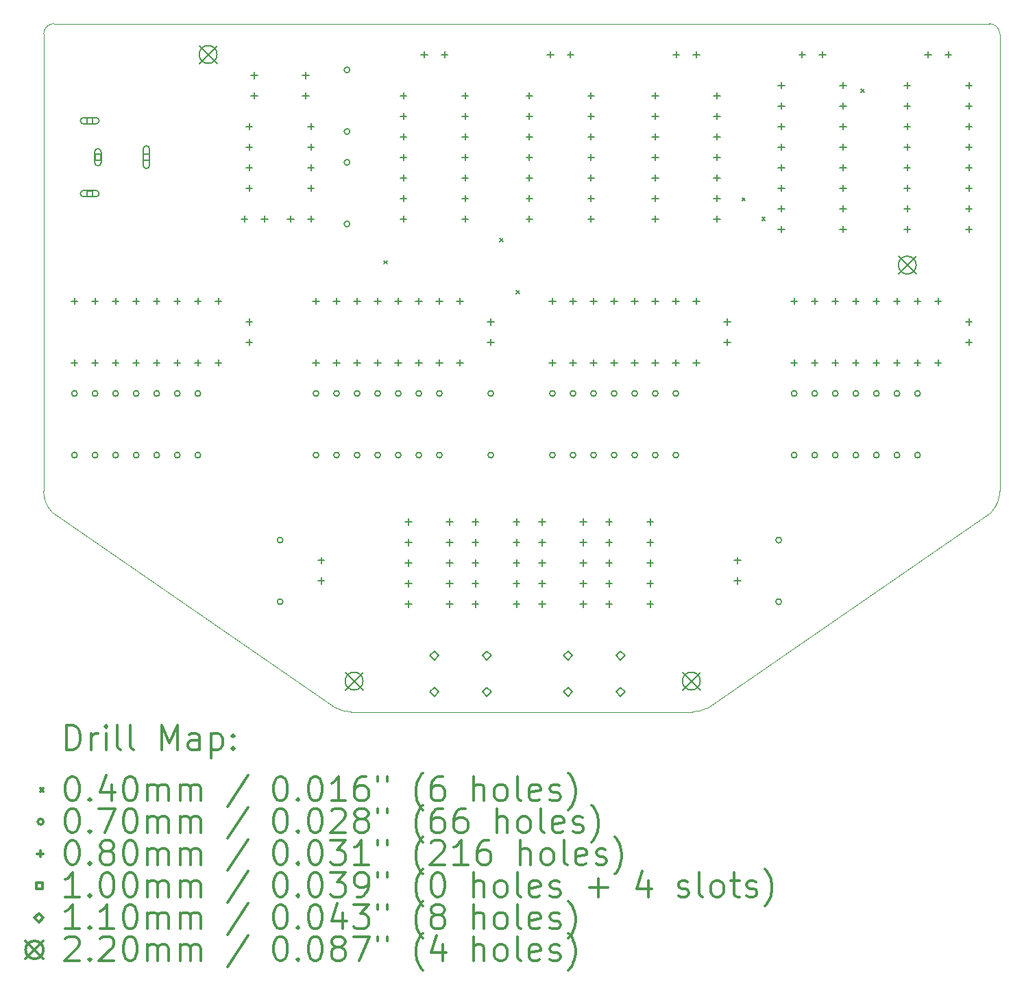
<source format=gbr>
%FSLAX45Y45*%
G04 Gerber Fmt 4.5, Leading zero omitted, Abs format (unit mm)*
G04 Created by KiCad (PCBNEW 5.1.7-a382d34a8~87~ubuntu20.04.1) date 2020-10-18 23:33:40*
%MOMM*%
%LPD*%
G01*
G04 APERTURE LIST*
%TA.AperFunction,Profile*%
%ADD10C,0.050000*%
%TD*%
%ADD11C,0.200000*%
%ADD12C,0.300000*%
G04 APERTURE END LIST*
D10*
X16313752Y-10874873D02*
G75*
G03*
X16497300Y-10922000I183548J333873D01*
G01*
X20897173Y-10874821D02*
G75*
G02*
X20713642Y-10921939I-183531J333882D01*
G01*
X24406860Y-8453120D02*
G75*
G03*
X24511035Y-8191340I-276825J261780D01*
G01*
X12804078Y-8453178D02*
G75*
G02*
X12700000Y-8191500I276922J261678D01*
G01*
X24384000Y-2413000D02*
G75*
G02*
X24511000Y-2540000I0J-127000D01*
G01*
X12700000Y-2540000D02*
G75*
G02*
X12827000Y-2413000I127000J0D01*
G01*
X24406860Y-8453120D02*
X20897173Y-10874821D01*
X16313752Y-10874873D02*
X12804078Y-8453178D01*
X12700000Y-8191500D02*
X12700000Y-2540000D01*
X20713642Y-10921939D02*
X16497300Y-10922000D01*
X24511000Y-2540000D02*
X24511035Y-8191340D01*
X12827000Y-2413000D02*
X24384000Y-2413000D01*
D11*
X16903740Y-5343160D02*
X16943740Y-5383160D01*
X16943740Y-5343160D02*
X16903740Y-5383160D01*
X18337480Y-5066770D02*
X18377480Y-5106770D01*
X18377480Y-5066770D02*
X18337480Y-5106770D01*
X18538700Y-5713920D02*
X18578700Y-5753920D01*
X18578700Y-5713920D02*
X18538700Y-5753920D01*
X21327590Y-4564450D02*
X21367590Y-4604450D01*
X21367590Y-4564450D02*
X21327590Y-4604450D01*
X21571880Y-4805130D02*
X21611880Y-4845130D01*
X21611880Y-4805130D02*
X21571880Y-4845130D01*
X22794560Y-3219720D02*
X22834560Y-3259720D01*
X22834560Y-3219720D02*
X22794560Y-3259720D01*
X23022000Y-6985000D02*
G75*
G03*
X23022000Y-6985000I-35000J0D01*
G01*
X23022000Y-7747000D02*
G75*
G03*
X23022000Y-7747000I-35000J0D01*
G01*
X17116500Y-6985000D02*
G75*
G03*
X17116500Y-6985000I-35000J0D01*
G01*
X17116500Y-7747000D02*
G75*
G03*
X17116500Y-7747000I-35000J0D01*
G01*
X19783500Y-6985000D02*
G75*
G03*
X19783500Y-6985000I-35000J0D01*
G01*
X19783500Y-7747000D02*
G75*
G03*
X19783500Y-7747000I-35000J0D01*
G01*
X13624000Y-6985000D02*
G75*
G03*
X13624000Y-6985000I-35000J0D01*
G01*
X13624000Y-7747000D02*
G75*
G03*
X13624000Y-7747000I-35000J0D01*
G01*
X14640000Y-6985000D02*
G75*
G03*
X14640000Y-6985000I-35000J0D01*
G01*
X14640000Y-7747000D02*
G75*
G03*
X14640000Y-7747000I-35000J0D01*
G01*
X16481500Y-4127500D02*
G75*
G03*
X16481500Y-4127500I-35000J0D01*
G01*
X16481500Y-4889500D02*
G75*
G03*
X16481500Y-4889500I-35000J0D01*
G01*
X22768000Y-6985000D02*
G75*
G03*
X22768000Y-6985000I-35000J0D01*
G01*
X22768000Y-7747000D02*
G75*
G03*
X22768000Y-7747000I-35000J0D01*
G01*
X15656000Y-8797500D02*
G75*
G03*
X15656000Y-8797500I-35000J0D01*
G01*
X15656000Y-9559500D02*
G75*
G03*
X15656000Y-9559500I-35000J0D01*
G01*
X16481500Y-2984500D02*
G75*
G03*
X16481500Y-2984500I-35000J0D01*
G01*
X16481500Y-3746500D02*
G75*
G03*
X16481500Y-3746500I-35000J0D01*
G01*
X23276000Y-6985000D02*
G75*
G03*
X23276000Y-6985000I-35000J0D01*
G01*
X23276000Y-7747000D02*
G75*
G03*
X23276000Y-7747000I-35000J0D01*
G01*
X13878000Y-6985000D02*
G75*
G03*
X13878000Y-6985000I-35000J0D01*
G01*
X13878000Y-7747000D02*
G75*
G03*
X13878000Y-7747000I-35000J0D01*
G01*
X16608500Y-6985000D02*
G75*
G03*
X16608500Y-6985000I-35000J0D01*
G01*
X16608500Y-7747000D02*
G75*
G03*
X16608500Y-7747000I-35000J0D01*
G01*
X17370500Y-6985000D02*
G75*
G03*
X17370500Y-6985000I-35000J0D01*
G01*
X17370500Y-7747000D02*
G75*
G03*
X17370500Y-7747000I-35000J0D01*
G01*
X19275500Y-6985000D02*
G75*
G03*
X19275500Y-6985000I-35000J0D01*
G01*
X19275500Y-7747000D02*
G75*
G03*
X19275500Y-7747000I-35000J0D01*
G01*
X20037500Y-6985000D02*
G75*
G03*
X20037500Y-6985000I-35000J0D01*
G01*
X20037500Y-7747000D02*
G75*
G03*
X20037500Y-7747000I-35000J0D01*
G01*
X22006000Y-6985000D02*
G75*
G03*
X22006000Y-6985000I-35000J0D01*
G01*
X22006000Y-7747000D02*
G75*
G03*
X22006000Y-7747000I-35000J0D01*
G01*
X14386000Y-6985000D02*
G75*
G03*
X14386000Y-6985000I-35000J0D01*
G01*
X14386000Y-7747000D02*
G75*
G03*
X14386000Y-7747000I-35000J0D01*
G01*
X19021500Y-6985000D02*
G75*
G03*
X19021500Y-6985000I-35000J0D01*
G01*
X19021500Y-7747000D02*
G75*
G03*
X19021500Y-7747000I-35000J0D01*
G01*
X16354500Y-6985000D02*
G75*
G03*
X16354500Y-6985000I-35000J0D01*
G01*
X16354500Y-7747000D02*
G75*
G03*
X16354500Y-7747000I-35000J0D01*
G01*
X14132000Y-6985000D02*
G75*
G03*
X14132000Y-6985000I-35000J0D01*
G01*
X14132000Y-7747000D02*
G75*
G03*
X14132000Y-7747000I-35000J0D01*
G01*
X23530000Y-6985000D02*
G75*
G03*
X23530000Y-6985000I-35000J0D01*
G01*
X23530000Y-7747000D02*
G75*
G03*
X23530000Y-7747000I-35000J0D01*
G01*
X22514000Y-6985000D02*
G75*
G03*
X22514000Y-6985000I-35000J0D01*
G01*
X22514000Y-7747000D02*
G75*
G03*
X22514000Y-7747000I-35000J0D01*
G01*
X16100500Y-6985000D02*
G75*
G03*
X16100500Y-6985000I-35000J0D01*
G01*
X16100500Y-7747000D02*
G75*
G03*
X16100500Y-7747000I-35000J0D01*
G01*
X19529500Y-6985000D02*
G75*
G03*
X19529500Y-6985000I-35000J0D01*
G01*
X19529500Y-7747000D02*
G75*
G03*
X19529500Y-7747000I-35000J0D01*
G01*
X13116000Y-6985000D02*
G75*
G03*
X13116000Y-6985000I-35000J0D01*
G01*
X13116000Y-7747000D02*
G75*
G03*
X13116000Y-7747000I-35000J0D01*
G01*
X17624500Y-6985000D02*
G75*
G03*
X17624500Y-6985000I-35000J0D01*
G01*
X17624500Y-7747000D02*
G75*
G03*
X17624500Y-7747000I-35000J0D01*
G01*
X16862500Y-6985000D02*
G75*
G03*
X16862500Y-6985000I-35000J0D01*
G01*
X16862500Y-7747000D02*
G75*
G03*
X16862500Y-7747000I-35000J0D01*
G01*
X20291500Y-6985000D02*
G75*
G03*
X20291500Y-6985000I-35000J0D01*
G01*
X20291500Y-7747000D02*
G75*
G03*
X20291500Y-7747000I-35000J0D01*
G01*
X21815500Y-8797500D02*
G75*
G03*
X21815500Y-8797500I-35000J0D01*
G01*
X21815500Y-9559500D02*
G75*
G03*
X21815500Y-9559500I-35000J0D01*
G01*
X20545500Y-6985000D02*
G75*
G03*
X20545500Y-6985000I-35000J0D01*
G01*
X20545500Y-7747000D02*
G75*
G03*
X20545500Y-7747000I-35000J0D01*
G01*
X13370000Y-6985000D02*
G75*
G03*
X13370000Y-6985000I-35000J0D01*
G01*
X13370000Y-7747000D02*
G75*
G03*
X13370000Y-7747000I-35000J0D01*
G01*
X18259500Y-6985000D02*
G75*
G03*
X18259500Y-6985000I-35000J0D01*
G01*
X18259500Y-7747000D02*
G75*
G03*
X18259500Y-7747000I-35000J0D01*
G01*
X22260000Y-6985000D02*
G75*
G03*
X22260000Y-6985000I-35000J0D01*
G01*
X22260000Y-7747000D02*
G75*
G03*
X22260000Y-7747000I-35000J0D01*
G01*
X22070200Y-2754000D02*
X22070200Y-2834000D01*
X22030200Y-2794000D02*
X22110200Y-2794000D01*
X22320200Y-2754000D02*
X22320200Y-2834000D01*
X22280200Y-2794000D02*
X22360200Y-2794000D01*
X15303500Y-3012000D02*
X15303500Y-3092000D01*
X15263500Y-3052000D02*
X15343500Y-3052000D01*
X15303500Y-3262000D02*
X15303500Y-3342000D01*
X15263500Y-3302000D02*
X15343500Y-3302000D01*
X20514500Y-2754000D02*
X20514500Y-2834000D01*
X20474500Y-2794000D02*
X20554500Y-2794000D01*
X20764500Y-2754000D02*
X20764500Y-2834000D01*
X20724500Y-2794000D02*
X20804500Y-2794000D01*
X18958800Y-2754000D02*
X18958800Y-2834000D01*
X18918800Y-2794000D02*
X18998800Y-2794000D01*
X19208800Y-2754000D02*
X19208800Y-2834000D01*
X19168800Y-2794000D02*
X19248800Y-2794000D01*
X23368000Y-3135000D02*
X23368000Y-3215000D01*
X23328000Y-3175000D02*
X23408000Y-3175000D01*
X23368000Y-3389000D02*
X23368000Y-3469000D01*
X23328000Y-3429000D02*
X23408000Y-3429000D01*
X23368000Y-3643000D02*
X23368000Y-3723000D01*
X23328000Y-3683000D02*
X23408000Y-3683000D01*
X23368000Y-3897000D02*
X23368000Y-3977000D01*
X23328000Y-3937000D02*
X23408000Y-3937000D01*
X23368000Y-4151000D02*
X23368000Y-4231000D01*
X23328000Y-4191000D02*
X23408000Y-4191000D01*
X23368000Y-4405000D02*
X23368000Y-4485000D01*
X23328000Y-4445000D02*
X23408000Y-4445000D01*
X23368000Y-4659000D02*
X23368000Y-4739000D01*
X23328000Y-4699000D02*
X23408000Y-4699000D01*
X23368000Y-4913000D02*
X23368000Y-4993000D01*
X23328000Y-4953000D02*
X23408000Y-4953000D01*
X24130000Y-3135000D02*
X24130000Y-3215000D01*
X24090000Y-3175000D02*
X24170000Y-3175000D01*
X24130000Y-3389000D02*
X24130000Y-3469000D01*
X24090000Y-3429000D02*
X24170000Y-3429000D01*
X24130000Y-3643000D02*
X24130000Y-3723000D01*
X24090000Y-3683000D02*
X24170000Y-3683000D01*
X24130000Y-3897000D02*
X24130000Y-3977000D01*
X24090000Y-3937000D02*
X24170000Y-3937000D01*
X24130000Y-4151000D02*
X24130000Y-4231000D01*
X24090000Y-4191000D02*
X24170000Y-4191000D01*
X24130000Y-4405000D02*
X24130000Y-4485000D01*
X24090000Y-4445000D02*
X24170000Y-4445000D01*
X24130000Y-4659000D02*
X24130000Y-4739000D01*
X24090000Y-4699000D02*
X24170000Y-4699000D01*
X24130000Y-4913000D02*
X24130000Y-4993000D01*
X24090000Y-4953000D02*
X24170000Y-4953000D01*
X23626000Y-2754000D02*
X23626000Y-2834000D01*
X23586000Y-2794000D02*
X23666000Y-2794000D01*
X23876000Y-2754000D02*
X23876000Y-2834000D01*
X23836000Y-2794000D02*
X23916000Y-2794000D01*
X18859500Y-8532500D02*
X18859500Y-8612500D01*
X18819500Y-8572500D02*
X18899500Y-8572500D01*
X18859500Y-8786500D02*
X18859500Y-8866500D01*
X18819500Y-8826500D02*
X18899500Y-8826500D01*
X18859500Y-9040500D02*
X18859500Y-9120500D01*
X18819500Y-9080500D02*
X18899500Y-9080500D01*
X18859500Y-9294500D02*
X18859500Y-9374500D01*
X18819500Y-9334500D02*
X18899500Y-9334500D01*
X18859500Y-9548500D02*
X18859500Y-9628500D01*
X18819500Y-9588500D02*
X18899500Y-9588500D01*
X19367500Y-8532500D02*
X19367500Y-8612500D01*
X19327500Y-8572500D02*
X19407500Y-8572500D01*
X19367500Y-8786500D02*
X19367500Y-8866500D01*
X19327500Y-8826500D02*
X19407500Y-8826500D01*
X19367500Y-9040500D02*
X19367500Y-9120500D01*
X19327500Y-9080500D02*
X19407500Y-9080500D01*
X19367500Y-9294500D02*
X19367500Y-9374500D01*
X19327500Y-9334500D02*
X19407500Y-9334500D01*
X19367500Y-9548500D02*
X19367500Y-9628500D01*
X19327500Y-9588500D02*
X19407500Y-9588500D01*
X20256500Y-3262000D02*
X20256500Y-3342000D01*
X20216500Y-3302000D02*
X20296500Y-3302000D01*
X20256500Y-3516000D02*
X20256500Y-3596000D01*
X20216500Y-3556000D02*
X20296500Y-3556000D01*
X20256500Y-3770000D02*
X20256500Y-3850000D01*
X20216500Y-3810000D02*
X20296500Y-3810000D01*
X20256500Y-4024000D02*
X20256500Y-4104000D01*
X20216500Y-4064000D02*
X20296500Y-4064000D01*
X20256500Y-4278000D02*
X20256500Y-4358000D01*
X20216500Y-4318000D02*
X20296500Y-4318000D01*
X20256500Y-4532000D02*
X20256500Y-4612000D01*
X20216500Y-4572000D02*
X20296500Y-4572000D01*
X20256500Y-4786000D02*
X20256500Y-4866000D01*
X20216500Y-4826000D02*
X20296500Y-4826000D01*
X21018500Y-3262000D02*
X21018500Y-3342000D01*
X20978500Y-3302000D02*
X21058500Y-3302000D01*
X21018500Y-3516000D02*
X21018500Y-3596000D01*
X20978500Y-3556000D02*
X21058500Y-3556000D01*
X21018500Y-3770000D02*
X21018500Y-3850000D01*
X20978500Y-3810000D02*
X21058500Y-3810000D01*
X21018500Y-4024000D02*
X21018500Y-4104000D01*
X20978500Y-4064000D02*
X21058500Y-4064000D01*
X21018500Y-4278000D02*
X21018500Y-4358000D01*
X20978500Y-4318000D02*
X21058500Y-4318000D01*
X21018500Y-4532000D02*
X21018500Y-4612000D01*
X20978500Y-4572000D02*
X21058500Y-4572000D01*
X21018500Y-4786000D02*
X21018500Y-4866000D01*
X20978500Y-4826000D02*
X21058500Y-4826000D01*
X13081000Y-5802000D02*
X13081000Y-5882000D01*
X13041000Y-5842000D02*
X13121000Y-5842000D01*
X13081000Y-6564000D02*
X13081000Y-6644000D01*
X13041000Y-6604000D02*
X13121000Y-6604000D01*
X13335000Y-5802000D02*
X13335000Y-5882000D01*
X13295000Y-5842000D02*
X13375000Y-5842000D01*
X13335000Y-6564000D02*
X13335000Y-6644000D01*
X13295000Y-6604000D02*
X13375000Y-6604000D01*
X13589000Y-5802000D02*
X13589000Y-5882000D01*
X13549000Y-5842000D02*
X13629000Y-5842000D01*
X13589000Y-6564000D02*
X13589000Y-6644000D01*
X13549000Y-6604000D02*
X13629000Y-6604000D01*
X13843000Y-5802000D02*
X13843000Y-5882000D01*
X13803000Y-5842000D02*
X13883000Y-5842000D01*
X13843000Y-6564000D02*
X13843000Y-6644000D01*
X13803000Y-6604000D02*
X13883000Y-6604000D01*
X14097000Y-5802000D02*
X14097000Y-5882000D01*
X14057000Y-5842000D02*
X14137000Y-5842000D01*
X14097000Y-6564000D02*
X14097000Y-6644000D01*
X14057000Y-6604000D02*
X14137000Y-6604000D01*
X14351000Y-5802000D02*
X14351000Y-5882000D01*
X14311000Y-5842000D02*
X14391000Y-5842000D01*
X14351000Y-6564000D02*
X14351000Y-6644000D01*
X14311000Y-6604000D02*
X14391000Y-6604000D01*
X14605000Y-5802000D02*
X14605000Y-5882000D01*
X14565000Y-5842000D02*
X14645000Y-5842000D01*
X14605000Y-6564000D02*
X14605000Y-6644000D01*
X14565000Y-6604000D02*
X14645000Y-6604000D01*
X14859000Y-5802000D02*
X14859000Y-5882000D01*
X14819000Y-5842000D02*
X14899000Y-5842000D01*
X14859000Y-6564000D02*
X14859000Y-6644000D01*
X14819000Y-6604000D02*
X14899000Y-6604000D01*
X18986500Y-5802000D02*
X18986500Y-5882000D01*
X18946500Y-5842000D02*
X19026500Y-5842000D01*
X18986500Y-6564000D02*
X18986500Y-6644000D01*
X18946500Y-6604000D02*
X19026500Y-6604000D01*
X19240500Y-5802000D02*
X19240500Y-5882000D01*
X19200500Y-5842000D02*
X19280500Y-5842000D01*
X19240500Y-6564000D02*
X19240500Y-6644000D01*
X19200500Y-6604000D02*
X19280500Y-6604000D01*
X19494500Y-5802000D02*
X19494500Y-5882000D01*
X19454500Y-5842000D02*
X19534500Y-5842000D01*
X19494500Y-6564000D02*
X19494500Y-6644000D01*
X19454500Y-6604000D02*
X19534500Y-6604000D01*
X19748500Y-5802000D02*
X19748500Y-5882000D01*
X19708500Y-5842000D02*
X19788500Y-5842000D01*
X19748500Y-6564000D02*
X19748500Y-6644000D01*
X19708500Y-6604000D02*
X19788500Y-6604000D01*
X20002500Y-5802000D02*
X20002500Y-5882000D01*
X19962500Y-5842000D02*
X20042500Y-5842000D01*
X20002500Y-6564000D02*
X20002500Y-6644000D01*
X19962500Y-6604000D02*
X20042500Y-6604000D01*
X20256500Y-5802000D02*
X20256500Y-5882000D01*
X20216500Y-5842000D02*
X20296500Y-5842000D01*
X20256500Y-6564000D02*
X20256500Y-6644000D01*
X20216500Y-6604000D02*
X20296500Y-6604000D01*
X20510500Y-5802000D02*
X20510500Y-5882000D01*
X20470500Y-5842000D02*
X20550500Y-5842000D01*
X20510500Y-6564000D02*
X20510500Y-6644000D01*
X20470500Y-6604000D02*
X20550500Y-6604000D01*
X20764500Y-5802000D02*
X20764500Y-5882000D01*
X20724500Y-5842000D02*
X20804500Y-5842000D01*
X20764500Y-6564000D02*
X20764500Y-6644000D01*
X20724500Y-6604000D02*
X20804500Y-6604000D01*
X19685000Y-8532500D02*
X19685000Y-8612500D01*
X19645000Y-8572500D02*
X19725000Y-8572500D01*
X19685000Y-8786500D02*
X19685000Y-8866500D01*
X19645000Y-8826500D02*
X19725000Y-8826500D01*
X19685000Y-9040500D02*
X19685000Y-9120500D01*
X19645000Y-9080500D02*
X19725000Y-9080500D01*
X19685000Y-9294500D02*
X19685000Y-9374500D01*
X19645000Y-9334500D02*
X19725000Y-9334500D01*
X19685000Y-9548500D02*
X19685000Y-9628500D01*
X19645000Y-9588500D02*
X19725000Y-9588500D01*
X20193000Y-8532500D02*
X20193000Y-8612500D01*
X20153000Y-8572500D02*
X20233000Y-8572500D01*
X20193000Y-8786500D02*
X20193000Y-8866500D01*
X20153000Y-8826500D02*
X20233000Y-8826500D01*
X20193000Y-9040500D02*
X20193000Y-9120500D01*
X20153000Y-9080500D02*
X20233000Y-9080500D01*
X20193000Y-9294500D02*
X20193000Y-9374500D01*
X20153000Y-9334500D02*
X20233000Y-9334500D01*
X20193000Y-9548500D02*
X20193000Y-9628500D01*
X20153000Y-9588500D02*
X20233000Y-9588500D01*
X16065500Y-5802000D02*
X16065500Y-5882000D01*
X16025500Y-5842000D02*
X16105500Y-5842000D01*
X16065500Y-6564000D02*
X16065500Y-6644000D01*
X16025500Y-6604000D02*
X16105500Y-6604000D01*
X16319500Y-5802000D02*
X16319500Y-5882000D01*
X16279500Y-5842000D02*
X16359500Y-5842000D01*
X16319500Y-6564000D02*
X16319500Y-6644000D01*
X16279500Y-6604000D02*
X16359500Y-6604000D01*
X16573500Y-5802000D02*
X16573500Y-5882000D01*
X16533500Y-5842000D02*
X16613500Y-5842000D01*
X16573500Y-6564000D02*
X16573500Y-6644000D01*
X16533500Y-6604000D02*
X16613500Y-6604000D01*
X16827500Y-5802000D02*
X16827500Y-5882000D01*
X16787500Y-5842000D02*
X16867500Y-5842000D01*
X16827500Y-6564000D02*
X16827500Y-6644000D01*
X16787500Y-6604000D02*
X16867500Y-6604000D01*
X17081500Y-5802000D02*
X17081500Y-5882000D01*
X17041500Y-5842000D02*
X17121500Y-5842000D01*
X17081500Y-6564000D02*
X17081500Y-6644000D01*
X17041500Y-6604000D02*
X17121500Y-6604000D01*
X17335500Y-5802000D02*
X17335500Y-5882000D01*
X17295500Y-5842000D02*
X17375500Y-5842000D01*
X17335500Y-6564000D02*
X17335500Y-6644000D01*
X17295500Y-6604000D02*
X17375500Y-6604000D01*
X17589500Y-5802000D02*
X17589500Y-5882000D01*
X17549500Y-5842000D02*
X17629500Y-5842000D01*
X17589500Y-6564000D02*
X17589500Y-6644000D01*
X17549500Y-6604000D02*
X17629500Y-6604000D01*
X17843500Y-5802000D02*
X17843500Y-5882000D01*
X17803500Y-5842000D02*
X17883500Y-5842000D01*
X17843500Y-6564000D02*
X17843500Y-6644000D01*
X17803500Y-6604000D02*
X17883500Y-6604000D01*
X15240000Y-6060000D02*
X15240000Y-6140000D01*
X15200000Y-6100000D02*
X15280000Y-6100000D01*
X15240000Y-6310000D02*
X15240000Y-6390000D01*
X15200000Y-6350000D02*
X15280000Y-6350000D01*
X18700700Y-3262000D02*
X18700700Y-3342000D01*
X18660700Y-3302000D02*
X18740700Y-3302000D01*
X18700700Y-3516000D02*
X18700700Y-3596000D01*
X18660700Y-3556000D02*
X18740700Y-3556000D01*
X18700700Y-3770000D02*
X18700700Y-3850000D01*
X18660700Y-3810000D02*
X18740700Y-3810000D01*
X18700700Y-4024000D02*
X18700700Y-4104000D01*
X18660700Y-4064000D02*
X18740700Y-4064000D01*
X18700700Y-4278000D02*
X18700700Y-4358000D01*
X18660700Y-4318000D02*
X18740700Y-4318000D01*
X18700700Y-4532000D02*
X18700700Y-4612000D01*
X18660700Y-4572000D02*
X18740700Y-4572000D01*
X18700700Y-4786000D02*
X18700700Y-4866000D01*
X18660700Y-4826000D02*
X18740700Y-4826000D01*
X19462700Y-3262000D02*
X19462700Y-3342000D01*
X19422700Y-3302000D02*
X19502700Y-3302000D01*
X19462700Y-3516000D02*
X19462700Y-3596000D01*
X19422700Y-3556000D02*
X19502700Y-3556000D01*
X19462700Y-3770000D02*
X19462700Y-3850000D01*
X19422700Y-3810000D02*
X19502700Y-3810000D01*
X19462700Y-4024000D02*
X19462700Y-4104000D01*
X19422700Y-4064000D02*
X19502700Y-4064000D01*
X19462700Y-4278000D02*
X19462700Y-4358000D01*
X19422700Y-4318000D02*
X19502700Y-4318000D01*
X19462700Y-4532000D02*
X19462700Y-4612000D01*
X19422700Y-4572000D02*
X19502700Y-4572000D01*
X19462700Y-4786000D02*
X19462700Y-4866000D01*
X19422700Y-4826000D02*
X19502700Y-4826000D01*
X17145000Y-3262000D02*
X17145000Y-3342000D01*
X17105000Y-3302000D02*
X17185000Y-3302000D01*
X17145000Y-3516000D02*
X17145000Y-3596000D01*
X17105000Y-3556000D02*
X17185000Y-3556000D01*
X17145000Y-3770000D02*
X17145000Y-3850000D01*
X17105000Y-3810000D02*
X17185000Y-3810000D01*
X17145000Y-4024000D02*
X17145000Y-4104000D01*
X17105000Y-4064000D02*
X17185000Y-4064000D01*
X17145000Y-4278000D02*
X17145000Y-4358000D01*
X17105000Y-4318000D02*
X17185000Y-4318000D01*
X17145000Y-4532000D02*
X17145000Y-4612000D01*
X17105000Y-4572000D02*
X17185000Y-4572000D01*
X17145000Y-4786000D02*
X17145000Y-4866000D01*
X17105000Y-4826000D02*
X17185000Y-4826000D01*
X17907000Y-3262000D02*
X17907000Y-3342000D01*
X17867000Y-3302000D02*
X17947000Y-3302000D01*
X17907000Y-3516000D02*
X17907000Y-3596000D01*
X17867000Y-3556000D02*
X17947000Y-3556000D01*
X17907000Y-3770000D02*
X17907000Y-3850000D01*
X17867000Y-3810000D02*
X17947000Y-3810000D01*
X17907000Y-4024000D02*
X17907000Y-4104000D01*
X17867000Y-4064000D02*
X17947000Y-4064000D01*
X17907000Y-4278000D02*
X17907000Y-4358000D01*
X17867000Y-4318000D02*
X17947000Y-4318000D01*
X17907000Y-4532000D02*
X17907000Y-4612000D01*
X17867000Y-4572000D02*
X17947000Y-4572000D01*
X17907000Y-4786000D02*
X17907000Y-4866000D01*
X17867000Y-4826000D02*
X17947000Y-4826000D01*
X17208500Y-8532500D02*
X17208500Y-8612500D01*
X17168500Y-8572500D02*
X17248500Y-8572500D01*
X17208500Y-8786500D02*
X17208500Y-8866500D01*
X17168500Y-8826500D02*
X17248500Y-8826500D01*
X17208500Y-9040500D02*
X17208500Y-9120500D01*
X17168500Y-9080500D02*
X17248500Y-9080500D01*
X17208500Y-9294500D02*
X17208500Y-9374500D01*
X17168500Y-9334500D02*
X17248500Y-9334500D01*
X17208500Y-9548500D02*
X17208500Y-9628500D01*
X17168500Y-9588500D02*
X17248500Y-9588500D01*
X17716500Y-8532500D02*
X17716500Y-8612500D01*
X17676500Y-8572500D02*
X17756500Y-8572500D01*
X17716500Y-8786500D02*
X17716500Y-8866500D01*
X17676500Y-8826500D02*
X17756500Y-8826500D01*
X17716500Y-9040500D02*
X17716500Y-9120500D01*
X17676500Y-9080500D02*
X17756500Y-9080500D01*
X17716500Y-9294500D02*
X17716500Y-9374500D01*
X17676500Y-9334500D02*
X17756500Y-9334500D01*
X17716500Y-9548500D02*
X17716500Y-9628500D01*
X17676500Y-9588500D02*
X17756500Y-9588500D01*
X18034000Y-8532500D02*
X18034000Y-8612500D01*
X17994000Y-8572500D02*
X18074000Y-8572500D01*
X18034000Y-8786500D02*
X18034000Y-8866500D01*
X17994000Y-8826500D02*
X18074000Y-8826500D01*
X18034000Y-9040500D02*
X18034000Y-9120500D01*
X17994000Y-9080500D02*
X18074000Y-9080500D01*
X18034000Y-9294500D02*
X18034000Y-9374500D01*
X17994000Y-9334500D02*
X18074000Y-9334500D01*
X18034000Y-9548500D02*
X18034000Y-9628500D01*
X17994000Y-9588500D02*
X18074000Y-9588500D01*
X18542000Y-8532500D02*
X18542000Y-8612500D01*
X18502000Y-8572500D02*
X18582000Y-8572500D01*
X18542000Y-8786500D02*
X18542000Y-8866500D01*
X18502000Y-8826500D02*
X18582000Y-8826500D01*
X18542000Y-9040500D02*
X18542000Y-9120500D01*
X18502000Y-9080500D02*
X18582000Y-9080500D01*
X18542000Y-9294500D02*
X18542000Y-9374500D01*
X18502000Y-9334500D02*
X18582000Y-9334500D01*
X18542000Y-9548500D02*
X18542000Y-9628500D01*
X18502000Y-9588500D02*
X18582000Y-9588500D01*
X17403000Y-2754000D02*
X17403000Y-2834000D01*
X17363000Y-2794000D02*
X17443000Y-2794000D01*
X17653000Y-2754000D02*
X17653000Y-2834000D01*
X17613000Y-2794000D02*
X17693000Y-2794000D01*
X21272500Y-9009010D02*
X21272500Y-9089010D01*
X21232500Y-9049010D02*
X21312500Y-9049010D01*
X21272500Y-9259010D02*
X21272500Y-9339010D01*
X21232500Y-9299010D02*
X21312500Y-9299010D01*
X15240000Y-3643000D02*
X15240000Y-3723000D01*
X15200000Y-3683000D02*
X15280000Y-3683000D01*
X15240000Y-3897000D02*
X15240000Y-3977000D01*
X15200000Y-3937000D02*
X15280000Y-3937000D01*
X15240000Y-4151000D02*
X15240000Y-4231000D01*
X15200000Y-4191000D02*
X15280000Y-4191000D01*
X15240000Y-4405000D02*
X15240000Y-4485000D01*
X15200000Y-4445000D02*
X15280000Y-4445000D01*
X16002000Y-3643000D02*
X16002000Y-3723000D01*
X15962000Y-3683000D02*
X16042000Y-3683000D01*
X16002000Y-3897000D02*
X16002000Y-3977000D01*
X15962000Y-3937000D02*
X16042000Y-3937000D01*
X16002000Y-4151000D02*
X16002000Y-4231000D01*
X15962000Y-4191000D02*
X16042000Y-4191000D01*
X16002000Y-4405000D02*
X16002000Y-4485000D01*
X15962000Y-4445000D02*
X16042000Y-4445000D01*
X18224500Y-6060000D02*
X18224500Y-6140000D01*
X18184500Y-6100000D02*
X18264500Y-6100000D01*
X18224500Y-6310000D02*
X18224500Y-6390000D01*
X18184500Y-6350000D02*
X18264500Y-6350000D01*
X21971000Y-5802000D02*
X21971000Y-5882000D01*
X21931000Y-5842000D02*
X22011000Y-5842000D01*
X21971000Y-6564000D02*
X21971000Y-6644000D01*
X21931000Y-6604000D02*
X22011000Y-6604000D01*
X22225000Y-5802000D02*
X22225000Y-5882000D01*
X22185000Y-5842000D02*
X22265000Y-5842000D01*
X22225000Y-6564000D02*
X22225000Y-6644000D01*
X22185000Y-6604000D02*
X22265000Y-6604000D01*
X22479000Y-5802000D02*
X22479000Y-5882000D01*
X22439000Y-5842000D02*
X22519000Y-5842000D01*
X22479000Y-6564000D02*
X22479000Y-6644000D01*
X22439000Y-6604000D02*
X22519000Y-6604000D01*
X22733000Y-5802000D02*
X22733000Y-5882000D01*
X22693000Y-5842000D02*
X22773000Y-5842000D01*
X22733000Y-6564000D02*
X22733000Y-6644000D01*
X22693000Y-6604000D02*
X22773000Y-6604000D01*
X22987000Y-5802000D02*
X22987000Y-5882000D01*
X22947000Y-5842000D02*
X23027000Y-5842000D01*
X22987000Y-6564000D02*
X22987000Y-6644000D01*
X22947000Y-6604000D02*
X23027000Y-6604000D01*
X23241000Y-5802000D02*
X23241000Y-5882000D01*
X23201000Y-5842000D02*
X23281000Y-5842000D01*
X23241000Y-6564000D02*
X23241000Y-6644000D01*
X23201000Y-6604000D02*
X23281000Y-6604000D01*
X23495000Y-5802000D02*
X23495000Y-5882000D01*
X23455000Y-5842000D02*
X23535000Y-5842000D01*
X23495000Y-6564000D02*
X23495000Y-6644000D01*
X23455000Y-6604000D02*
X23535000Y-6604000D01*
X23749000Y-5802000D02*
X23749000Y-5882000D01*
X23709000Y-5842000D02*
X23789000Y-5842000D01*
X23749000Y-6564000D02*
X23749000Y-6644000D01*
X23709000Y-6604000D02*
X23789000Y-6604000D01*
X21145500Y-6060000D02*
X21145500Y-6140000D01*
X21105500Y-6100000D02*
X21185500Y-6100000D01*
X21145500Y-6310000D02*
X21145500Y-6390000D01*
X21105500Y-6350000D02*
X21185500Y-6350000D01*
X16129000Y-9009010D02*
X16129000Y-9089010D01*
X16089000Y-9049010D02*
X16169000Y-9049010D01*
X16129000Y-9259010D02*
X16129000Y-9339010D01*
X16089000Y-9299010D02*
X16169000Y-9299010D01*
X15752000Y-4786000D02*
X15752000Y-4866000D01*
X15712000Y-4826000D02*
X15792000Y-4826000D01*
X16002000Y-4786000D02*
X16002000Y-4866000D01*
X15962000Y-4826000D02*
X16042000Y-4826000D01*
X21812200Y-3135000D02*
X21812200Y-3215000D01*
X21772200Y-3175000D02*
X21852200Y-3175000D01*
X21812200Y-3389000D02*
X21812200Y-3469000D01*
X21772200Y-3429000D02*
X21852200Y-3429000D01*
X21812200Y-3643000D02*
X21812200Y-3723000D01*
X21772200Y-3683000D02*
X21852200Y-3683000D01*
X21812200Y-3897000D02*
X21812200Y-3977000D01*
X21772200Y-3937000D02*
X21852200Y-3937000D01*
X21812200Y-4151000D02*
X21812200Y-4231000D01*
X21772200Y-4191000D02*
X21852200Y-4191000D01*
X21812200Y-4405000D02*
X21812200Y-4485000D01*
X21772200Y-4445000D02*
X21852200Y-4445000D01*
X21812200Y-4659000D02*
X21812200Y-4739000D01*
X21772200Y-4699000D02*
X21852200Y-4699000D01*
X21812200Y-4913000D02*
X21812200Y-4993000D01*
X21772200Y-4953000D02*
X21852200Y-4953000D01*
X22574200Y-3135000D02*
X22574200Y-3215000D01*
X22534200Y-3175000D02*
X22614200Y-3175000D01*
X22574200Y-3389000D02*
X22574200Y-3469000D01*
X22534200Y-3429000D02*
X22614200Y-3429000D01*
X22574200Y-3643000D02*
X22574200Y-3723000D01*
X22534200Y-3683000D02*
X22614200Y-3683000D01*
X22574200Y-3897000D02*
X22574200Y-3977000D01*
X22534200Y-3937000D02*
X22614200Y-3937000D01*
X22574200Y-4151000D02*
X22574200Y-4231000D01*
X22534200Y-4191000D02*
X22614200Y-4191000D01*
X22574200Y-4405000D02*
X22574200Y-4485000D01*
X22534200Y-4445000D02*
X22614200Y-4445000D01*
X22574200Y-4659000D02*
X22574200Y-4739000D01*
X22534200Y-4699000D02*
X22614200Y-4699000D01*
X22574200Y-4913000D02*
X22574200Y-4993000D01*
X22534200Y-4953000D02*
X22614200Y-4953000D01*
X24130000Y-6060000D02*
X24130000Y-6140000D01*
X24090000Y-6100000D02*
X24170000Y-6100000D01*
X24130000Y-6310000D02*
X24130000Y-6390000D01*
X24090000Y-6350000D02*
X24170000Y-6350000D01*
X15938500Y-3012000D02*
X15938500Y-3092000D01*
X15898500Y-3052000D02*
X15978500Y-3052000D01*
X15938500Y-3262000D02*
X15938500Y-3342000D01*
X15898500Y-3302000D02*
X15978500Y-3302000D01*
X15180500Y-4786000D02*
X15180500Y-4866000D01*
X15140500Y-4826000D02*
X15220500Y-4826000D01*
X15430500Y-4786000D02*
X15430500Y-4866000D01*
X15390500Y-4826000D02*
X15470500Y-4826000D01*
X13305356Y-3649356D02*
X13305356Y-3578644D01*
X13234644Y-3578644D01*
X13234644Y-3649356D01*
X13305356Y-3649356D01*
X13345000Y-3574000D02*
X13195000Y-3574000D01*
X13345000Y-3654000D02*
X13195000Y-3654000D01*
X13195000Y-3574000D02*
G75*
G03*
X13195000Y-3654000I0J-40000D01*
G01*
X13345000Y-3654000D02*
G75*
G03*
X13345000Y-3574000I0J40000D01*
G01*
X13305356Y-4549356D02*
X13305356Y-4478644D01*
X13234644Y-4478644D01*
X13234644Y-4549356D01*
X13305356Y-4549356D01*
X13345000Y-4474000D02*
X13195000Y-4474000D01*
X13345000Y-4554000D02*
X13195000Y-4554000D01*
X13195000Y-4474000D02*
G75*
G03*
X13195000Y-4554000I0J-40000D01*
G01*
X13345000Y-4554000D02*
G75*
G03*
X13345000Y-4474000I0J40000D01*
G01*
X13405356Y-4099356D02*
X13405356Y-4028644D01*
X13334644Y-4028644D01*
X13334644Y-4099356D01*
X13405356Y-4099356D01*
X13330000Y-3999000D02*
X13330000Y-4129000D01*
X13410000Y-3999000D02*
X13410000Y-4129000D01*
X13330000Y-4129000D02*
G75*
G03*
X13410000Y-4129000I40000J0D01*
G01*
X13410000Y-3999000D02*
G75*
G03*
X13330000Y-3999000I-40000J0D01*
G01*
X14005356Y-4099356D02*
X14005356Y-4028644D01*
X13934644Y-4028644D01*
X13934644Y-4099356D01*
X14005356Y-4099356D01*
X13930000Y-3964000D02*
X13930000Y-4164000D01*
X14010000Y-3964000D02*
X14010000Y-4164000D01*
X13930000Y-4164000D02*
G75*
G03*
X14010000Y-4164000I40000J0D01*
G01*
X14010000Y-3964000D02*
G75*
G03*
X13930000Y-3964000I-40000J0D01*
G01*
X19177000Y-10278500D02*
X19232000Y-10223500D01*
X19177000Y-10168500D01*
X19122000Y-10223500D01*
X19177000Y-10278500D01*
X19177000Y-10728500D02*
X19232000Y-10673500D01*
X19177000Y-10618500D01*
X19122000Y-10673500D01*
X19177000Y-10728500D01*
X19827000Y-10278500D02*
X19882000Y-10223500D01*
X19827000Y-10168500D01*
X19772000Y-10223500D01*
X19827000Y-10278500D01*
X19827000Y-10728500D02*
X19882000Y-10673500D01*
X19827000Y-10618500D01*
X19772000Y-10673500D01*
X19827000Y-10728500D01*
X17526000Y-10278500D02*
X17581000Y-10223500D01*
X17526000Y-10168500D01*
X17471000Y-10223500D01*
X17526000Y-10278500D01*
X17526000Y-10728500D02*
X17581000Y-10673500D01*
X17526000Y-10618500D01*
X17471000Y-10673500D01*
X17526000Y-10728500D01*
X18176000Y-10278500D02*
X18231000Y-10223500D01*
X18176000Y-10168500D01*
X18121000Y-10223500D01*
X18176000Y-10278500D01*
X18176000Y-10728500D02*
X18231000Y-10673500D01*
X18176000Y-10618500D01*
X18121000Y-10673500D01*
X18176000Y-10728500D01*
X16425400Y-10431000D02*
X16645400Y-10651000D01*
X16645400Y-10431000D02*
X16425400Y-10651000D01*
X16645400Y-10541000D02*
G75*
G03*
X16645400Y-10541000I-110000J0D01*
G01*
X14622000Y-2684000D02*
X14842000Y-2904000D01*
X14842000Y-2684000D02*
X14622000Y-2904000D01*
X14842000Y-2794000D02*
G75*
G03*
X14842000Y-2794000I-110000J0D01*
G01*
X20591000Y-10431000D02*
X20811000Y-10651000D01*
X20811000Y-10431000D02*
X20591000Y-10651000D01*
X20811000Y-10541000D02*
G75*
G03*
X20811000Y-10541000I-110000J0D01*
G01*
X23258000Y-5287500D02*
X23478000Y-5507500D01*
X23478000Y-5287500D02*
X23258000Y-5507500D01*
X23478000Y-5397500D02*
G75*
G03*
X23478000Y-5397500I-110000J0D01*
G01*
D12*
X12983928Y-11390214D02*
X12983928Y-11090214D01*
X13055357Y-11090214D01*
X13098214Y-11104500D01*
X13126786Y-11133072D01*
X13141071Y-11161643D01*
X13155357Y-11218786D01*
X13155357Y-11261643D01*
X13141071Y-11318786D01*
X13126786Y-11347357D01*
X13098214Y-11375929D01*
X13055357Y-11390214D01*
X12983928Y-11390214D01*
X13283928Y-11390214D02*
X13283928Y-11190214D01*
X13283928Y-11247357D02*
X13298214Y-11218786D01*
X13312500Y-11204500D01*
X13341071Y-11190214D01*
X13369643Y-11190214D01*
X13469643Y-11390214D02*
X13469643Y-11190214D01*
X13469643Y-11090214D02*
X13455357Y-11104500D01*
X13469643Y-11118786D01*
X13483928Y-11104500D01*
X13469643Y-11090214D01*
X13469643Y-11118786D01*
X13655357Y-11390214D02*
X13626786Y-11375929D01*
X13612500Y-11347357D01*
X13612500Y-11090214D01*
X13812500Y-11390214D02*
X13783928Y-11375929D01*
X13769643Y-11347357D01*
X13769643Y-11090214D01*
X14155357Y-11390214D02*
X14155357Y-11090214D01*
X14255357Y-11304500D01*
X14355357Y-11090214D01*
X14355357Y-11390214D01*
X14626786Y-11390214D02*
X14626786Y-11233071D01*
X14612500Y-11204500D01*
X14583928Y-11190214D01*
X14526786Y-11190214D01*
X14498214Y-11204500D01*
X14626786Y-11375929D02*
X14598214Y-11390214D01*
X14526786Y-11390214D01*
X14498214Y-11375929D01*
X14483928Y-11347357D01*
X14483928Y-11318786D01*
X14498214Y-11290214D01*
X14526786Y-11275929D01*
X14598214Y-11275929D01*
X14626786Y-11261643D01*
X14769643Y-11190214D02*
X14769643Y-11490214D01*
X14769643Y-11204500D02*
X14798214Y-11190214D01*
X14855357Y-11190214D01*
X14883928Y-11204500D01*
X14898214Y-11218786D01*
X14912500Y-11247357D01*
X14912500Y-11333071D01*
X14898214Y-11361643D01*
X14883928Y-11375929D01*
X14855357Y-11390214D01*
X14798214Y-11390214D01*
X14769643Y-11375929D01*
X15041071Y-11361643D02*
X15055357Y-11375929D01*
X15041071Y-11390214D01*
X15026786Y-11375929D01*
X15041071Y-11361643D01*
X15041071Y-11390214D01*
X15041071Y-11204500D02*
X15055357Y-11218786D01*
X15041071Y-11233071D01*
X15026786Y-11218786D01*
X15041071Y-11204500D01*
X15041071Y-11233071D01*
X12657500Y-11864500D02*
X12697500Y-11904500D01*
X12697500Y-11864500D02*
X12657500Y-11904500D01*
X13041071Y-11720214D02*
X13069643Y-11720214D01*
X13098214Y-11734500D01*
X13112500Y-11748786D01*
X13126786Y-11777357D01*
X13141071Y-11834500D01*
X13141071Y-11905929D01*
X13126786Y-11963071D01*
X13112500Y-11991643D01*
X13098214Y-12005929D01*
X13069643Y-12020214D01*
X13041071Y-12020214D01*
X13012500Y-12005929D01*
X12998214Y-11991643D01*
X12983928Y-11963071D01*
X12969643Y-11905929D01*
X12969643Y-11834500D01*
X12983928Y-11777357D01*
X12998214Y-11748786D01*
X13012500Y-11734500D01*
X13041071Y-11720214D01*
X13269643Y-11991643D02*
X13283928Y-12005929D01*
X13269643Y-12020214D01*
X13255357Y-12005929D01*
X13269643Y-11991643D01*
X13269643Y-12020214D01*
X13541071Y-11820214D02*
X13541071Y-12020214D01*
X13469643Y-11705929D02*
X13398214Y-11920214D01*
X13583928Y-11920214D01*
X13755357Y-11720214D02*
X13783928Y-11720214D01*
X13812500Y-11734500D01*
X13826786Y-11748786D01*
X13841071Y-11777357D01*
X13855357Y-11834500D01*
X13855357Y-11905929D01*
X13841071Y-11963071D01*
X13826786Y-11991643D01*
X13812500Y-12005929D01*
X13783928Y-12020214D01*
X13755357Y-12020214D01*
X13726786Y-12005929D01*
X13712500Y-11991643D01*
X13698214Y-11963071D01*
X13683928Y-11905929D01*
X13683928Y-11834500D01*
X13698214Y-11777357D01*
X13712500Y-11748786D01*
X13726786Y-11734500D01*
X13755357Y-11720214D01*
X13983928Y-12020214D02*
X13983928Y-11820214D01*
X13983928Y-11848786D02*
X13998214Y-11834500D01*
X14026786Y-11820214D01*
X14069643Y-11820214D01*
X14098214Y-11834500D01*
X14112500Y-11863071D01*
X14112500Y-12020214D01*
X14112500Y-11863071D02*
X14126786Y-11834500D01*
X14155357Y-11820214D01*
X14198214Y-11820214D01*
X14226786Y-11834500D01*
X14241071Y-11863071D01*
X14241071Y-12020214D01*
X14383928Y-12020214D02*
X14383928Y-11820214D01*
X14383928Y-11848786D02*
X14398214Y-11834500D01*
X14426786Y-11820214D01*
X14469643Y-11820214D01*
X14498214Y-11834500D01*
X14512500Y-11863071D01*
X14512500Y-12020214D01*
X14512500Y-11863071D02*
X14526786Y-11834500D01*
X14555357Y-11820214D01*
X14598214Y-11820214D01*
X14626786Y-11834500D01*
X14641071Y-11863071D01*
X14641071Y-12020214D01*
X15226786Y-11705929D02*
X14969643Y-12091643D01*
X15612500Y-11720214D02*
X15641071Y-11720214D01*
X15669643Y-11734500D01*
X15683928Y-11748786D01*
X15698214Y-11777357D01*
X15712500Y-11834500D01*
X15712500Y-11905929D01*
X15698214Y-11963071D01*
X15683928Y-11991643D01*
X15669643Y-12005929D01*
X15641071Y-12020214D01*
X15612500Y-12020214D01*
X15583928Y-12005929D01*
X15569643Y-11991643D01*
X15555357Y-11963071D01*
X15541071Y-11905929D01*
X15541071Y-11834500D01*
X15555357Y-11777357D01*
X15569643Y-11748786D01*
X15583928Y-11734500D01*
X15612500Y-11720214D01*
X15841071Y-11991643D02*
X15855357Y-12005929D01*
X15841071Y-12020214D01*
X15826786Y-12005929D01*
X15841071Y-11991643D01*
X15841071Y-12020214D01*
X16041071Y-11720214D02*
X16069643Y-11720214D01*
X16098214Y-11734500D01*
X16112500Y-11748786D01*
X16126786Y-11777357D01*
X16141071Y-11834500D01*
X16141071Y-11905929D01*
X16126786Y-11963071D01*
X16112500Y-11991643D01*
X16098214Y-12005929D01*
X16069643Y-12020214D01*
X16041071Y-12020214D01*
X16012500Y-12005929D01*
X15998214Y-11991643D01*
X15983928Y-11963071D01*
X15969643Y-11905929D01*
X15969643Y-11834500D01*
X15983928Y-11777357D01*
X15998214Y-11748786D01*
X16012500Y-11734500D01*
X16041071Y-11720214D01*
X16426786Y-12020214D02*
X16255357Y-12020214D01*
X16341071Y-12020214D02*
X16341071Y-11720214D01*
X16312500Y-11763071D01*
X16283928Y-11791643D01*
X16255357Y-11805929D01*
X16683928Y-11720214D02*
X16626786Y-11720214D01*
X16598214Y-11734500D01*
X16583928Y-11748786D01*
X16555357Y-11791643D01*
X16541071Y-11848786D01*
X16541071Y-11963071D01*
X16555357Y-11991643D01*
X16569643Y-12005929D01*
X16598214Y-12020214D01*
X16655357Y-12020214D01*
X16683928Y-12005929D01*
X16698214Y-11991643D01*
X16712500Y-11963071D01*
X16712500Y-11891643D01*
X16698214Y-11863071D01*
X16683928Y-11848786D01*
X16655357Y-11834500D01*
X16598214Y-11834500D01*
X16569643Y-11848786D01*
X16555357Y-11863071D01*
X16541071Y-11891643D01*
X16826786Y-11720214D02*
X16826786Y-11777357D01*
X16941071Y-11720214D02*
X16941071Y-11777357D01*
X17383928Y-12134500D02*
X17369643Y-12120214D01*
X17341071Y-12077357D01*
X17326786Y-12048786D01*
X17312500Y-12005929D01*
X17298214Y-11934500D01*
X17298214Y-11877357D01*
X17312500Y-11805929D01*
X17326786Y-11763071D01*
X17341071Y-11734500D01*
X17369643Y-11691643D01*
X17383928Y-11677357D01*
X17626786Y-11720214D02*
X17569643Y-11720214D01*
X17541071Y-11734500D01*
X17526786Y-11748786D01*
X17498214Y-11791643D01*
X17483928Y-11848786D01*
X17483928Y-11963071D01*
X17498214Y-11991643D01*
X17512500Y-12005929D01*
X17541071Y-12020214D01*
X17598214Y-12020214D01*
X17626786Y-12005929D01*
X17641071Y-11991643D01*
X17655357Y-11963071D01*
X17655357Y-11891643D01*
X17641071Y-11863071D01*
X17626786Y-11848786D01*
X17598214Y-11834500D01*
X17541071Y-11834500D01*
X17512500Y-11848786D01*
X17498214Y-11863071D01*
X17483928Y-11891643D01*
X18012500Y-12020214D02*
X18012500Y-11720214D01*
X18141071Y-12020214D02*
X18141071Y-11863071D01*
X18126786Y-11834500D01*
X18098214Y-11820214D01*
X18055357Y-11820214D01*
X18026786Y-11834500D01*
X18012500Y-11848786D01*
X18326786Y-12020214D02*
X18298214Y-12005929D01*
X18283928Y-11991643D01*
X18269643Y-11963071D01*
X18269643Y-11877357D01*
X18283928Y-11848786D01*
X18298214Y-11834500D01*
X18326786Y-11820214D01*
X18369643Y-11820214D01*
X18398214Y-11834500D01*
X18412500Y-11848786D01*
X18426786Y-11877357D01*
X18426786Y-11963071D01*
X18412500Y-11991643D01*
X18398214Y-12005929D01*
X18369643Y-12020214D01*
X18326786Y-12020214D01*
X18598214Y-12020214D02*
X18569643Y-12005929D01*
X18555357Y-11977357D01*
X18555357Y-11720214D01*
X18826786Y-12005929D02*
X18798214Y-12020214D01*
X18741071Y-12020214D01*
X18712500Y-12005929D01*
X18698214Y-11977357D01*
X18698214Y-11863071D01*
X18712500Y-11834500D01*
X18741071Y-11820214D01*
X18798214Y-11820214D01*
X18826786Y-11834500D01*
X18841071Y-11863071D01*
X18841071Y-11891643D01*
X18698214Y-11920214D01*
X18955357Y-12005929D02*
X18983928Y-12020214D01*
X19041071Y-12020214D01*
X19069643Y-12005929D01*
X19083928Y-11977357D01*
X19083928Y-11963071D01*
X19069643Y-11934500D01*
X19041071Y-11920214D01*
X18998214Y-11920214D01*
X18969643Y-11905929D01*
X18955357Y-11877357D01*
X18955357Y-11863071D01*
X18969643Y-11834500D01*
X18998214Y-11820214D01*
X19041071Y-11820214D01*
X19069643Y-11834500D01*
X19183928Y-12134500D02*
X19198214Y-12120214D01*
X19226786Y-12077357D01*
X19241071Y-12048786D01*
X19255357Y-12005929D01*
X19269643Y-11934500D01*
X19269643Y-11877357D01*
X19255357Y-11805929D01*
X19241071Y-11763071D01*
X19226786Y-11734500D01*
X19198214Y-11691643D01*
X19183928Y-11677357D01*
X12697500Y-12280500D02*
G75*
G03*
X12697500Y-12280500I-35000J0D01*
G01*
X13041071Y-12116214D02*
X13069643Y-12116214D01*
X13098214Y-12130500D01*
X13112500Y-12144786D01*
X13126786Y-12173357D01*
X13141071Y-12230500D01*
X13141071Y-12301929D01*
X13126786Y-12359071D01*
X13112500Y-12387643D01*
X13098214Y-12401929D01*
X13069643Y-12416214D01*
X13041071Y-12416214D01*
X13012500Y-12401929D01*
X12998214Y-12387643D01*
X12983928Y-12359071D01*
X12969643Y-12301929D01*
X12969643Y-12230500D01*
X12983928Y-12173357D01*
X12998214Y-12144786D01*
X13012500Y-12130500D01*
X13041071Y-12116214D01*
X13269643Y-12387643D02*
X13283928Y-12401929D01*
X13269643Y-12416214D01*
X13255357Y-12401929D01*
X13269643Y-12387643D01*
X13269643Y-12416214D01*
X13383928Y-12116214D02*
X13583928Y-12116214D01*
X13455357Y-12416214D01*
X13755357Y-12116214D02*
X13783928Y-12116214D01*
X13812500Y-12130500D01*
X13826786Y-12144786D01*
X13841071Y-12173357D01*
X13855357Y-12230500D01*
X13855357Y-12301929D01*
X13841071Y-12359071D01*
X13826786Y-12387643D01*
X13812500Y-12401929D01*
X13783928Y-12416214D01*
X13755357Y-12416214D01*
X13726786Y-12401929D01*
X13712500Y-12387643D01*
X13698214Y-12359071D01*
X13683928Y-12301929D01*
X13683928Y-12230500D01*
X13698214Y-12173357D01*
X13712500Y-12144786D01*
X13726786Y-12130500D01*
X13755357Y-12116214D01*
X13983928Y-12416214D02*
X13983928Y-12216214D01*
X13983928Y-12244786D02*
X13998214Y-12230500D01*
X14026786Y-12216214D01*
X14069643Y-12216214D01*
X14098214Y-12230500D01*
X14112500Y-12259071D01*
X14112500Y-12416214D01*
X14112500Y-12259071D02*
X14126786Y-12230500D01*
X14155357Y-12216214D01*
X14198214Y-12216214D01*
X14226786Y-12230500D01*
X14241071Y-12259071D01*
X14241071Y-12416214D01*
X14383928Y-12416214D02*
X14383928Y-12216214D01*
X14383928Y-12244786D02*
X14398214Y-12230500D01*
X14426786Y-12216214D01*
X14469643Y-12216214D01*
X14498214Y-12230500D01*
X14512500Y-12259071D01*
X14512500Y-12416214D01*
X14512500Y-12259071D02*
X14526786Y-12230500D01*
X14555357Y-12216214D01*
X14598214Y-12216214D01*
X14626786Y-12230500D01*
X14641071Y-12259071D01*
X14641071Y-12416214D01*
X15226786Y-12101929D02*
X14969643Y-12487643D01*
X15612500Y-12116214D02*
X15641071Y-12116214D01*
X15669643Y-12130500D01*
X15683928Y-12144786D01*
X15698214Y-12173357D01*
X15712500Y-12230500D01*
X15712500Y-12301929D01*
X15698214Y-12359071D01*
X15683928Y-12387643D01*
X15669643Y-12401929D01*
X15641071Y-12416214D01*
X15612500Y-12416214D01*
X15583928Y-12401929D01*
X15569643Y-12387643D01*
X15555357Y-12359071D01*
X15541071Y-12301929D01*
X15541071Y-12230500D01*
X15555357Y-12173357D01*
X15569643Y-12144786D01*
X15583928Y-12130500D01*
X15612500Y-12116214D01*
X15841071Y-12387643D02*
X15855357Y-12401929D01*
X15841071Y-12416214D01*
X15826786Y-12401929D01*
X15841071Y-12387643D01*
X15841071Y-12416214D01*
X16041071Y-12116214D02*
X16069643Y-12116214D01*
X16098214Y-12130500D01*
X16112500Y-12144786D01*
X16126786Y-12173357D01*
X16141071Y-12230500D01*
X16141071Y-12301929D01*
X16126786Y-12359071D01*
X16112500Y-12387643D01*
X16098214Y-12401929D01*
X16069643Y-12416214D01*
X16041071Y-12416214D01*
X16012500Y-12401929D01*
X15998214Y-12387643D01*
X15983928Y-12359071D01*
X15969643Y-12301929D01*
X15969643Y-12230500D01*
X15983928Y-12173357D01*
X15998214Y-12144786D01*
X16012500Y-12130500D01*
X16041071Y-12116214D01*
X16255357Y-12144786D02*
X16269643Y-12130500D01*
X16298214Y-12116214D01*
X16369643Y-12116214D01*
X16398214Y-12130500D01*
X16412500Y-12144786D01*
X16426786Y-12173357D01*
X16426786Y-12201929D01*
X16412500Y-12244786D01*
X16241071Y-12416214D01*
X16426786Y-12416214D01*
X16598214Y-12244786D02*
X16569643Y-12230500D01*
X16555357Y-12216214D01*
X16541071Y-12187643D01*
X16541071Y-12173357D01*
X16555357Y-12144786D01*
X16569643Y-12130500D01*
X16598214Y-12116214D01*
X16655357Y-12116214D01*
X16683928Y-12130500D01*
X16698214Y-12144786D01*
X16712500Y-12173357D01*
X16712500Y-12187643D01*
X16698214Y-12216214D01*
X16683928Y-12230500D01*
X16655357Y-12244786D01*
X16598214Y-12244786D01*
X16569643Y-12259071D01*
X16555357Y-12273357D01*
X16541071Y-12301929D01*
X16541071Y-12359071D01*
X16555357Y-12387643D01*
X16569643Y-12401929D01*
X16598214Y-12416214D01*
X16655357Y-12416214D01*
X16683928Y-12401929D01*
X16698214Y-12387643D01*
X16712500Y-12359071D01*
X16712500Y-12301929D01*
X16698214Y-12273357D01*
X16683928Y-12259071D01*
X16655357Y-12244786D01*
X16826786Y-12116214D02*
X16826786Y-12173357D01*
X16941071Y-12116214D02*
X16941071Y-12173357D01*
X17383928Y-12530500D02*
X17369643Y-12516214D01*
X17341071Y-12473357D01*
X17326786Y-12444786D01*
X17312500Y-12401929D01*
X17298214Y-12330500D01*
X17298214Y-12273357D01*
X17312500Y-12201929D01*
X17326786Y-12159071D01*
X17341071Y-12130500D01*
X17369643Y-12087643D01*
X17383928Y-12073357D01*
X17626786Y-12116214D02*
X17569643Y-12116214D01*
X17541071Y-12130500D01*
X17526786Y-12144786D01*
X17498214Y-12187643D01*
X17483928Y-12244786D01*
X17483928Y-12359071D01*
X17498214Y-12387643D01*
X17512500Y-12401929D01*
X17541071Y-12416214D01*
X17598214Y-12416214D01*
X17626786Y-12401929D01*
X17641071Y-12387643D01*
X17655357Y-12359071D01*
X17655357Y-12287643D01*
X17641071Y-12259071D01*
X17626786Y-12244786D01*
X17598214Y-12230500D01*
X17541071Y-12230500D01*
X17512500Y-12244786D01*
X17498214Y-12259071D01*
X17483928Y-12287643D01*
X17912500Y-12116214D02*
X17855357Y-12116214D01*
X17826786Y-12130500D01*
X17812500Y-12144786D01*
X17783928Y-12187643D01*
X17769643Y-12244786D01*
X17769643Y-12359071D01*
X17783928Y-12387643D01*
X17798214Y-12401929D01*
X17826786Y-12416214D01*
X17883928Y-12416214D01*
X17912500Y-12401929D01*
X17926786Y-12387643D01*
X17941071Y-12359071D01*
X17941071Y-12287643D01*
X17926786Y-12259071D01*
X17912500Y-12244786D01*
X17883928Y-12230500D01*
X17826786Y-12230500D01*
X17798214Y-12244786D01*
X17783928Y-12259071D01*
X17769643Y-12287643D01*
X18298214Y-12416214D02*
X18298214Y-12116214D01*
X18426786Y-12416214D02*
X18426786Y-12259071D01*
X18412500Y-12230500D01*
X18383928Y-12216214D01*
X18341071Y-12216214D01*
X18312500Y-12230500D01*
X18298214Y-12244786D01*
X18612500Y-12416214D02*
X18583928Y-12401929D01*
X18569643Y-12387643D01*
X18555357Y-12359071D01*
X18555357Y-12273357D01*
X18569643Y-12244786D01*
X18583928Y-12230500D01*
X18612500Y-12216214D01*
X18655357Y-12216214D01*
X18683928Y-12230500D01*
X18698214Y-12244786D01*
X18712500Y-12273357D01*
X18712500Y-12359071D01*
X18698214Y-12387643D01*
X18683928Y-12401929D01*
X18655357Y-12416214D01*
X18612500Y-12416214D01*
X18883928Y-12416214D02*
X18855357Y-12401929D01*
X18841071Y-12373357D01*
X18841071Y-12116214D01*
X19112500Y-12401929D02*
X19083928Y-12416214D01*
X19026786Y-12416214D01*
X18998214Y-12401929D01*
X18983928Y-12373357D01*
X18983928Y-12259071D01*
X18998214Y-12230500D01*
X19026786Y-12216214D01*
X19083928Y-12216214D01*
X19112500Y-12230500D01*
X19126786Y-12259071D01*
X19126786Y-12287643D01*
X18983928Y-12316214D01*
X19241071Y-12401929D02*
X19269643Y-12416214D01*
X19326786Y-12416214D01*
X19355357Y-12401929D01*
X19369643Y-12373357D01*
X19369643Y-12359071D01*
X19355357Y-12330500D01*
X19326786Y-12316214D01*
X19283928Y-12316214D01*
X19255357Y-12301929D01*
X19241071Y-12273357D01*
X19241071Y-12259071D01*
X19255357Y-12230500D01*
X19283928Y-12216214D01*
X19326786Y-12216214D01*
X19355357Y-12230500D01*
X19469643Y-12530500D02*
X19483928Y-12516214D01*
X19512500Y-12473357D01*
X19526786Y-12444786D01*
X19541071Y-12401929D01*
X19555357Y-12330500D01*
X19555357Y-12273357D01*
X19541071Y-12201929D01*
X19526786Y-12159071D01*
X19512500Y-12130500D01*
X19483928Y-12087643D01*
X19469643Y-12073357D01*
X12657500Y-12636500D02*
X12657500Y-12716500D01*
X12617500Y-12676500D02*
X12697500Y-12676500D01*
X13041071Y-12512214D02*
X13069643Y-12512214D01*
X13098214Y-12526500D01*
X13112500Y-12540786D01*
X13126786Y-12569357D01*
X13141071Y-12626500D01*
X13141071Y-12697929D01*
X13126786Y-12755071D01*
X13112500Y-12783643D01*
X13098214Y-12797929D01*
X13069643Y-12812214D01*
X13041071Y-12812214D01*
X13012500Y-12797929D01*
X12998214Y-12783643D01*
X12983928Y-12755071D01*
X12969643Y-12697929D01*
X12969643Y-12626500D01*
X12983928Y-12569357D01*
X12998214Y-12540786D01*
X13012500Y-12526500D01*
X13041071Y-12512214D01*
X13269643Y-12783643D02*
X13283928Y-12797929D01*
X13269643Y-12812214D01*
X13255357Y-12797929D01*
X13269643Y-12783643D01*
X13269643Y-12812214D01*
X13455357Y-12640786D02*
X13426786Y-12626500D01*
X13412500Y-12612214D01*
X13398214Y-12583643D01*
X13398214Y-12569357D01*
X13412500Y-12540786D01*
X13426786Y-12526500D01*
X13455357Y-12512214D01*
X13512500Y-12512214D01*
X13541071Y-12526500D01*
X13555357Y-12540786D01*
X13569643Y-12569357D01*
X13569643Y-12583643D01*
X13555357Y-12612214D01*
X13541071Y-12626500D01*
X13512500Y-12640786D01*
X13455357Y-12640786D01*
X13426786Y-12655071D01*
X13412500Y-12669357D01*
X13398214Y-12697929D01*
X13398214Y-12755071D01*
X13412500Y-12783643D01*
X13426786Y-12797929D01*
X13455357Y-12812214D01*
X13512500Y-12812214D01*
X13541071Y-12797929D01*
X13555357Y-12783643D01*
X13569643Y-12755071D01*
X13569643Y-12697929D01*
X13555357Y-12669357D01*
X13541071Y-12655071D01*
X13512500Y-12640786D01*
X13755357Y-12512214D02*
X13783928Y-12512214D01*
X13812500Y-12526500D01*
X13826786Y-12540786D01*
X13841071Y-12569357D01*
X13855357Y-12626500D01*
X13855357Y-12697929D01*
X13841071Y-12755071D01*
X13826786Y-12783643D01*
X13812500Y-12797929D01*
X13783928Y-12812214D01*
X13755357Y-12812214D01*
X13726786Y-12797929D01*
X13712500Y-12783643D01*
X13698214Y-12755071D01*
X13683928Y-12697929D01*
X13683928Y-12626500D01*
X13698214Y-12569357D01*
X13712500Y-12540786D01*
X13726786Y-12526500D01*
X13755357Y-12512214D01*
X13983928Y-12812214D02*
X13983928Y-12612214D01*
X13983928Y-12640786D02*
X13998214Y-12626500D01*
X14026786Y-12612214D01*
X14069643Y-12612214D01*
X14098214Y-12626500D01*
X14112500Y-12655071D01*
X14112500Y-12812214D01*
X14112500Y-12655071D02*
X14126786Y-12626500D01*
X14155357Y-12612214D01*
X14198214Y-12612214D01*
X14226786Y-12626500D01*
X14241071Y-12655071D01*
X14241071Y-12812214D01*
X14383928Y-12812214D02*
X14383928Y-12612214D01*
X14383928Y-12640786D02*
X14398214Y-12626500D01*
X14426786Y-12612214D01*
X14469643Y-12612214D01*
X14498214Y-12626500D01*
X14512500Y-12655071D01*
X14512500Y-12812214D01*
X14512500Y-12655071D02*
X14526786Y-12626500D01*
X14555357Y-12612214D01*
X14598214Y-12612214D01*
X14626786Y-12626500D01*
X14641071Y-12655071D01*
X14641071Y-12812214D01*
X15226786Y-12497929D02*
X14969643Y-12883643D01*
X15612500Y-12512214D02*
X15641071Y-12512214D01*
X15669643Y-12526500D01*
X15683928Y-12540786D01*
X15698214Y-12569357D01*
X15712500Y-12626500D01*
X15712500Y-12697929D01*
X15698214Y-12755071D01*
X15683928Y-12783643D01*
X15669643Y-12797929D01*
X15641071Y-12812214D01*
X15612500Y-12812214D01*
X15583928Y-12797929D01*
X15569643Y-12783643D01*
X15555357Y-12755071D01*
X15541071Y-12697929D01*
X15541071Y-12626500D01*
X15555357Y-12569357D01*
X15569643Y-12540786D01*
X15583928Y-12526500D01*
X15612500Y-12512214D01*
X15841071Y-12783643D02*
X15855357Y-12797929D01*
X15841071Y-12812214D01*
X15826786Y-12797929D01*
X15841071Y-12783643D01*
X15841071Y-12812214D01*
X16041071Y-12512214D02*
X16069643Y-12512214D01*
X16098214Y-12526500D01*
X16112500Y-12540786D01*
X16126786Y-12569357D01*
X16141071Y-12626500D01*
X16141071Y-12697929D01*
X16126786Y-12755071D01*
X16112500Y-12783643D01*
X16098214Y-12797929D01*
X16069643Y-12812214D01*
X16041071Y-12812214D01*
X16012500Y-12797929D01*
X15998214Y-12783643D01*
X15983928Y-12755071D01*
X15969643Y-12697929D01*
X15969643Y-12626500D01*
X15983928Y-12569357D01*
X15998214Y-12540786D01*
X16012500Y-12526500D01*
X16041071Y-12512214D01*
X16241071Y-12512214D02*
X16426786Y-12512214D01*
X16326786Y-12626500D01*
X16369643Y-12626500D01*
X16398214Y-12640786D01*
X16412500Y-12655071D01*
X16426786Y-12683643D01*
X16426786Y-12755071D01*
X16412500Y-12783643D01*
X16398214Y-12797929D01*
X16369643Y-12812214D01*
X16283928Y-12812214D01*
X16255357Y-12797929D01*
X16241071Y-12783643D01*
X16712500Y-12812214D02*
X16541071Y-12812214D01*
X16626786Y-12812214D02*
X16626786Y-12512214D01*
X16598214Y-12555071D01*
X16569643Y-12583643D01*
X16541071Y-12597929D01*
X16826786Y-12512214D02*
X16826786Y-12569357D01*
X16941071Y-12512214D02*
X16941071Y-12569357D01*
X17383928Y-12926500D02*
X17369643Y-12912214D01*
X17341071Y-12869357D01*
X17326786Y-12840786D01*
X17312500Y-12797929D01*
X17298214Y-12726500D01*
X17298214Y-12669357D01*
X17312500Y-12597929D01*
X17326786Y-12555071D01*
X17341071Y-12526500D01*
X17369643Y-12483643D01*
X17383928Y-12469357D01*
X17483928Y-12540786D02*
X17498214Y-12526500D01*
X17526786Y-12512214D01*
X17598214Y-12512214D01*
X17626786Y-12526500D01*
X17641071Y-12540786D01*
X17655357Y-12569357D01*
X17655357Y-12597929D01*
X17641071Y-12640786D01*
X17469643Y-12812214D01*
X17655357Y-12812214D01*
X17941071Y-12812214D02*
X17769643Y-12812214D01*
X17855357Y-12812214D02*
X17855357Y-12512214D01*
X17826786Y-12555071D01*
X17798214Y-12583643D01*
X17769643Y-12597929D01*
X18198214Y-12512214D02*
X18141071Y-12512214D01*
X18112500Y-12526500D01*
X18098214Y-12540786D01*
X18069643Y-12583643D01*
X18055357Y-12640786D01*
X18055357Y-12755071D01*
X18069643Y-12783643D01*
X18083928Y-12797929D01*
X18112500Y-12812214D01*
X18169643Y-12812214D01*
X18198214Y-12797929D01*
X18212500Y-12783643D01*
X18226786Y-12755071D01*
X18226786Y-12683643D01*
X18212500Y-12655071D01*
X18198214Y-12640786D01*
X18169643Y-12626500D01*
X18112500Y-12626500D01*
X18083928Y-12640786D01*
X18069643Y-12655071D01*
X18055357Y-12683643D01*
X18583928Y-12812214D02*
X18583928Y-12512214D01*
X18712500Y-12812214D02*
X18712500Y-12655071D01*
X18698214Y-12626500D01*
X18669643Y-12612214D01*
X18626786Y-12612214D01*
X18598214Y-12626500D01*
X18583928Y-12640786D01*
X18898214Y-12812214D02*
X18869643Y-12797929D01*
X18855357Y-12783643D01*
X18841071Y-12755071D01*
X18841071Y-12669357D01*
X18855357Y-12640786D01*
X18869643Y-12626500D01*
X18898214Y-12612214D01*
X18941071Y-12612214D01*
X18969643Y-12626500D01*
X18983928Y-12640786D01*
X18998214Y-12669357D01*
X18998214Y-12755071D01*
X18983928Y-12783643D01*
X18969643Y-12797929D01*
X18941071Y-12812214D01*
X18898214Y-12812214D01*
X19169643Y-12812214D02*
X19141071Y-12797929D01*
X19126786Y-12769357D01*
X19126786Y-12512214D01*
X19398214Y-12797929D02*
X19369643Y-12812214D01*
X19312500Y-12812214D01*
X19283928Y-12797929D01*
X19269643Y-12769357D01*
X19269643Y-12655071D01*
X19283928Y-12626500D01*
X19312500Y-12612214D01*
X19369643Y-12612214D01*
X19398214Y-12626500D01*
X19412500Y-12655071D01*
X19412500Y-12683643D01*
X19269643Y-12712214D01*
X19526786Y-12797929D02*
X19555357Y-12812214D01*
X19612500Y-12812214D01*
X19641071Y-12797929D01*
X19655357Y-12769357D01*
X19655357Y-12755071D01*
X19641071Y-12726500D01*
X19612500Y-12712214D01*
X19569643Y-12712214D01*
X19541071Y-12697929D01*
X19526786Y-12669357D01*
X19526786Y-12655071D01*
X19541071Y-12626500D01*
X19569643Y-12612214D01*
X19612500Y-12612214D01*
X19641071Y-12626500D01*
X19755357Y-12926500D02*
X19769643Y-12912214D01*
X19798214Y-12869357D01*
X19812500Y-12840786D01*
X19826786Y-12797929D01*
X19841071Y-12726500D01*
X19841071Y-12669357D01*
X19826786Y-12597929D01*
X19812500Y-12555071D01*
X19798214Y-12526500D01*
X19769643Y-12483643D01*
X19755357Y-12469357D01*
X12682856Y-13107856D02*
X12682856Y-13037144D01*
X12612144Y-13037144D01*
X12612144Y-13107856D01*
X12682856Y-13107856D01*
X13141071Y-13208214D02*
X12969643Y-13208214D01*
X13055357Y-13208214D02*
X13055357Y-12908214D01*
X13026786Y-12951071D01*
X12998214Y-12979643D01*
X12969643Y-12993929D01*
X13269643Y-13179643D02*
X13283928Y-13193929D01*
X13269643Y-13208214D01*
X13255357Y-13193929D01*
X13269643Y-13179643D01*
X13269643Y-13208214D01*
X13469643Y-12908214D02*
X13498214Y-12908214D01*
X13526786Y-12922500D01*
X13541071Y-12936786D01*
X13555357Y-12965357D01*
X13569643Y-13022500D01*
X13569643Y-13093929D01*
X13555357Y-13151071D01*
X13541071Y-13179643D01*
X13526786Y-13193929D01*
X13498214Y-13208214D01*
X13469643Y-13208214D01*
X13441071Y-13193929D01*
X13426786Y-13179643D01*
X13412500Y-13151071D01*
X13398214Y-13093929D01*
X13398214Y-13022500D01*
X13412500Y-12965357D01*
X13426786Y-12936786D01*
X13441071Y-12922500D01*
X13469643Y-12908214D01*
X13755357Y-12908214D02*
X13783928Y-12908214D01*
X13812500Y-12922500D01*
X13826786Y-12936786D01*
X13841071Y-12965357D01*
X13855357Y-13022500D01*
X13855357Y-13093929D01*
X13841071Y-13151071D01*
X13826786Y-13179643D01*
X13812500Y-13193929D01*
X13783928Y-13208214D01*
X13755357Y-13208214D01*
X13726786Y-13193929D01*
X13712500Y-13179643D01*
X13698214Y-13151071D01*
X13683928Y-13093929D01*
X13683928Y-13022500D01*
X13698214Y-12965357D01*
X13712500Y-12936786D01*
X13726786Y-12922500D01*
X13755357Y-12908214D01*
X13983928Y-13208214D02*
X13983928Y-13008214D01*
X13983928Y-13036786D02*
X13998214Y-13022500D01*
X14026786Y-13008214D01*
X14069643Y-13008214D01*
X14098214Y-13022500D01*
X14112500Y-13051071D01*
X14112500Y-13208214D01*
X14112500Y-13051071D02*
X14126786Y-13022500D01*
X14155357Y-13008214D01*
X14198214Y-13008214D01*
X14226786Y-13022500D01*
X14241071Y-13051071D01*
X14241071Y-13208214D01*
X14383928Y-13208214D02*
X14383928Y-13008214D01*
X14383928Y-13036786D02*
X14398214Y-13022500D01*
X14426786Y-13008214D01*
X14469643Y-13008214D01*
X14498214Y-13022500D01*
X14512500Y-13051071D01*
X14512500Y-13208214D01*
X14512500Y-13051071D02*
X14526786Y-13022500D01*
X14555357Y-13008214D01*
X14598214Y-13008214D01*
X14626786Y-13022500D01*
X14641071Y-13051071D01*
X14641071Y-13208214D01*
X15226786Y-12893929D02*
X14969643Y-13279643D01*
X15612500Y-12908214D02*
X15641071Y-12908214D01*
X15669643Y-12922500D01*
X15683928Y-12936786D01*
X15698214Y-12965357D01*
X15712500Y-13022500D01*
X15712500Y-13093929D01*
X15698214Y-13151071D01*
X15683928Y-13179643D01*
X15669643Y-13193929D01*
X15641071Y-13208214D01*
X15612500Y-13208214D01*
X15583928Y-13193929D01*
X15569643Y-13179643D01*
X15555357Y-13151071D01*
X15541071Y-13093929D01*
X15541071Y-13022500D01*
X15555357Y-12965357D01*
X15569643Y-12936786D01*
X15583928Y-12922500D01*
X15612500Y-12908214D01*
X15841071Y-13179643D02*
X15855357Y-13193929D01*
X15841071Y-13208214D01*
X15826786Y-13193929D01*
X15841071Y-13179643D01*
X15841071Y-13208214D01*
X16041071Y-12908214D02*
X16069643Y-12908214D01*
X16098214Y-12922500D01*
X16112500Y-12936786D01*
X16126786Y-12965357D01*
X16141071Y-13022500D01*
X16141071Y-13093929D01*
X16126786Y-13151071D01*
X16112500Y-13179643D01*
X16098214Y-13193929D01*
X16069643Y-13208214D01*
X16041071Y-13208214D01*
X16012500Y-13193929D01*
X15998214Y-13179643D01*
X15983928Y-13151071D01*
X15969643Y-13093929D01*
X15969643Y-13022500D01*
X15983928Y-12965357D01*
X15998214Y-12936786D01*
X16012500Y-12922500D01*
X16041071Y-12908214D01*
X16241071Y-12908214D02*
X16426786Y-12908214D01*
X16326786Y-13022500D01*
X16369643Y-13022500D01*
X16398214Y-13036786D01*
X16412500Y-13051071D01*
X16426786Y-13079643D01*
X16426786Y-13151071D01*
X16412500Y-13179643D01*
X16398214Y-13193929D01*
X16369643Y-13208214D01*
X16283928Y-13208214D01*
X16255357Y-13193929D01*
X16241071Y-13179643D01*
X16569643Y-13208214D02*
X16626786Y-13208214D01*
X16655357Y-13193929D01*
X16669643Y-13179643D01*
X16698214Y-13136786D01*
X16712500Y-13079643D01*
X16712500Y-12965357D01*
X16698214Y-12936786D01*
X16683928Y-12922500D01*
X16655357Y-12908214D01*
X16598214Y-12908214D01*
X16569643Y-12922500D01*
X16555357Y-12936786D01*
X16541071Y-12965357D01*
X16541071Y-13036786D01*
X16555357Y-13065357D01*
X16569643Y-13079643D01*
X16598214Y-13093929D01*
X16655357Y-13093929D01*
X16683928Y-13079643D01*
X16698214Y-13065357D01*
X16712500Y-13036786D01*
X16826786Y-12908214D02*
X16826786Y-12965357D01*
X16941071Y-12908214D02*
X16941071Y-12965357D01*
X17383928Y-13322500D02*
X17369643Y-13308214D01*
X17341071Y-13265357D01*
X17326786Y-13236786D01*
X17312500Y-13193929D01*
X17298214Y-13122500D01*
X17298214Y-13065357D01*
X17312500Y-12993929D01*
X17326786Y-12951071D01*
X17341071Y-12922500D01*
X17369643Y-12879643D01*
X17383928Y-12865357D01*
X17555357Y-12908214D02*
X17583928Y-12908214D01*
X17612500Y-12922500D01*
X17626786Y-12936786D01*
X17641071Y-12965357D01*
X17655357Y-13022500D01*
X17655357Y-13093929D01*
X17641071Y-13151071D01*
X17626786Y-13179643D01*
X17612500Y-13193929D01*
X17583928Y-13208214D01*
X17555357Y-13208214D01*
X17526786Y-13193929D01*
X17512500Y-13179643D01*
X17498214Y-13151071D01*
X17483928Y-13093929D01*
X17483928Y-13022500D01*
X17498214Y-12965357D01*
X17512500Y-12936786D01*
X17526786Y-12922500D01*
X17555357Y-12908214D01*
X18012500Y-13208214D02*
X18012500Y-12908214D01*
X18141071Y-13208214D02*
X18141071Y-13051071D01*
X18126786Y-13022500D01*
X18098214Y-13008214D01*
X18055357Y-13008214D01*
X18026786Y-13022500D01*
X18012500Y-13036786D01*
X18326786Y-13208214D02*
X18298214Y-13193929D01*
X18283928Y-13179643D01*
X18269643Y-13151071D01*
X18269643Y-13065357D01*
X18283928Y-13036786D01*
X18298214Y-13022500D01*
X18326786Y-13008214D01*
X18369643Y-13008214D01*
X18398214Y-13022500D01*
X18412500Y-13036786D01*
X18426786Y-13065357D01*
X18426786Y-13151071D01*
X18412500Y-13179643D01*
X18398214Y-13193929D01*
X18369643Y-13208214D01*
X18326786Y-13208214D01*
X18598214Y-13208214D02*
X18569643Y-13193929D01*
X18555357Y-13165357D01*
X18555357Y-12908214D01*
X18826786Y-13193929D02*
X18798214Y-13208214D01*
X18741071Y-13208214D01*
X18712500Y-13193929D01*
X18698214Y-13165357D01*
X18698214Y-13051071D01*
X18712500Y-13022500D01*
X18741071Y-13008214D01*
X18798214Y-13008214D01*
X18826786Y-13022500D01*
X18841071Y-13051071D01*
X18841071Y-13079643D01*
X18698214Y-13108214D01*
X18955357Y-13193929D02*
X18983928Y-13208214D01*
X19041071Y-13208214D01*
X19069643Y-13193929D01*
X19083928Y-13165357D01*
X19083928Y-13151071D01*
X19069643Y-13122500D01*
X19041071Y-13108214D01*
X18998214Y-13108214D01*
X18969643Y-13093929D01*
X18955357Y-13065357D01*
X18955357Y-13051071D01*
X18969643Y-13022500D01*
X18998214Y-13008214D01*
X19041071Y-13008214D01*
X19069643Y-13022500D01*
X19441071Y-13093929D02*
X19669643Y-13093929D01*
X19555357Y-13208214D02*
X19555357Y-12979643D01*
X20169643Y-13008214D02*
X20169643Y-13208214D01*
X20098214Y-12893929D02*
X20026786Y-13108214D01*
X20212500Y-13108214D01*
X20541071Y-13193929D02*
X20569643Y-13208214D01*
X20626786Y-13208214D01*
X20655357Y-13193929D01*
X20669643Y-13165357D01*
X20669643Y-13151071D01*
X20655357Y-13122500D01*
X20626786Y-13108214D01*
X20583928Y-13108214D01*
X20555357Y-13093929D01*
X20541071Y-13065357D01*
X20541071Y-13051071D01*
X20555357Y-13022500D01*
X20583928Y-13008214D01*
X20626786Y-13008214D01*
X20655357Y-13022500D01*
X20841071Y-13208214D02*
X20812500Y-13193929D01*
X20798214Y-13165357D01*
X20798214Y-12908214D01*
X20998214Y-13208214D02*
X20969643Y-13193929D01*
X20955357Y-13179643D01*
X20941071Y-13151071D01*
X20941071Y-13065357D01*
X20955357Y-13036786D01*
X20969643Y-13022500D01*
X20998214Y-13008214D01*
X21041071Y-13008214D01*
X21069643Y-13022500D01*
X21083928Y-13036786D01*
X21098214Y-13065357D01*
X21098214Y-13151071D01*
X21083928Y-13179643D01*
X21069643Y-13193929D01*
X21041071Y-13208214D01*
X20998214Y-13208214D01*
X21183928Y-13008214D02*
X21298214Y-13008214D01*
X21226786Y-12908214D02*
X21226786Y-13165357D01*
X21241071Y-13193929D01*
X21269643Y-13208214D01*
X21298214Y-13208214D01*
X21383928Y-13193929D02*
X21412500Y-13208214D01*
X21469643Y-13208214D01*
X21498214Y-13193929D01*
X21512500Y-13165357D01*
X21512500Y-13151071D01*
X21498214Y-13122500D01*
X21469643Y-13108214D01*
X21426786Y-13108214D01*
X21398214Y-13093929D01*
X21383928Y-13065357D01*
X21383928Y-13051071D01*
X21398214Y-13022500D01*
X21426786Y-13008214D01*
X21469643Y-13008214D01*
X21498214Y-13022500D01*
X21612500Y-13322500D02*
X21626786Y-13308214D01*
X21655357Y-13265357D01*
X21669643Y-13236786D01*
X21683928Y-13193929D01*
X21698214Y-13122500D01*
X21698214Y-13065357D01*
X21683928Y-12993929D01*
X21669643Y-12951071D01*
X21655357Y-12922500D01*
X21626786Y-12879643D01*
X21612500Y-12865357D01*
X12642500Y-13523500D02*
X12697500Y-13468500D01*
X12642500Y-13413500D01*
X12587500Y-13468500D01*
X12642500Y-13523500D01*
X13141071Y-13604214D02*
X12969643Y-13604214D01*
X13055357Y-13604214D02*
X13055357Y-13304214D01*
X13026786Y-13347071D01*
X12998214Y-13375643D01*
X12969643Y-13389929D01*
X13269643Y-13575643D02*
X13283928Y-13589929D01*
X13269643Y-13604214D01*
X13255357Y-13589929D01*
X13269643Y-13575643D01*
X13269643Y-13604214D01*
X13569643Y-13604214D02*
X13398214Y-13604214D01*
X13483928Y-13604214D02*
X13483928Y-13304214D01*
X13455357Y-13347071D01*
X13426786Y-13375643D01*
X13398214Y-13389929D01*
X13755357Y-13304214D02*
X13783928Y-13304214D01*
X13812500Y-13318500D01*
X13826786Y-13332786D01*
X13841071Y-13361357D01*
X13855357Y-13418500D01*
X13855357Y-13489929D01*
X13841071Y-13547071D01*
X13826786Y-13575643D01*
X13812500Y-13589929D01*
X13783928Y-13604214D01*
X13755357Y-13604214D01*
X13726786Y-13589929D01*
X13712500Y-13575643D01*
X13698214Y-13547071D01*
X13683928Y-13489929D01*
X13683928Y-13418500D01*
X13698214Y-13361357D01*
X13712500Y-13332786D01*
X13726786Y-13318500D01*
X13755357Y-13304214D01*
X13983928Y-13604214D02*
X13983928Y-13404214D01*
X13983928Y-13432786D02*
X13998214Y-13418500D01*
X14026786Y-13404214D01*
X14069643Y-13404214D01*
X14098214Y-13418500D01*
X14112500Y-13447071D01*
X14112500Y-13604214D01*
X14112500Y-13447071D02*
X14126786Y-13418500D01*
X14155357Y-13404214D01*
X14198214Y-13404214D01*
X14226786Y-13418500D01*
X14241071Y-13447071D01*
X14241071Y-13604214D01*
X14383928Y-13604214D02*
X14383928Y-13404214D01*
X14383928Y-13432786D02*
X14398214Y-13418500D01*
X14426786Y-13404214D01*
X14469643Y-13404214D01*
X14498214Y-13418500D01*
X14512500Y-13447071D01*
X14512500Y-13604214D01*
X14512500Y-13447071D02*
X14526786Y-13418500D01*
X14555357Y-13404214D01*
X14598214Y-13404214D01*
X14626786Y-13418500D01*
X14641071Y-13447071D01*
X14641071Y-13604214D01*
X15226786Y-13289929D02*
X14969643Y-13675643D01*
X15612500Y-13304214D02*
X15641071Y-13304214D01*
X15669643Y-13318500D01*
X15683928Y-13332786D01*
X15698214Y-13361357D01*
X15712500Y-13418500D01*
X15712500Y-13489929D01*
X15698214Y-13547071D01*
X15683928Y-13575643D01*
X15669643Y-13589929D01*
X15641071Y-13604214D01*
X15612500Y-13604214D01*
X15583928Y-13589929D01*
X15569643Y-13575643D01*
X15555357Y-13547071D01*
X15541071Y-13489929D01*
X15541071Y-13418500D01*
X15555357Y-13361357D01*
X15569643Y-13332786D01*
X15583928Y-13318500D01*
X15612500Y-13304214D01*
X15841071Y-13575643D02*
X15855357Y-13589929D01*
X15841071Y-13604214D01*
X15826786Y-13589929D01*
X15841071Y-13575643D01*
X15841071Y-13604214D01*
X16041071Y-13304214D02*
X16069643Y-13304214D01*
X16098214Y-13318500D01*
X16112500Y-13332786D01*
X16126786Y-13361357D01*
X16141071Y-13418500D01*
X16141071Y-13489929D01*
X16126786Y-13547071D01*
X16112500Y-13575643D01*
X16098214Y-13589929D01*
X16069643Y-13604214D01*
X16041071Y-13604214D01*
X16012500Y-13589929D01*
X15998214Y-13575643D01*
X15983928Y-13547071D01*
X15969643Y-13489929D01*
X15969643Y-13418500D01*
X15983928Y-13361357D01*
X15998214Y-13332786D01*
X16012500Y-13318500D01*
X16041071Y-13304214D01*
X16398214Y-13404214D02*
X16398214Y-13604214D01*
X16326786Y-13289929D02*
X16255357Y-13504214D01*
X16441071Y-13504214D01*
X16526786Y-13304214D02*
X16712500Y-13304214D01*
X16612500Y-13418500D01*
X16655357Y-13418500D01*
X16683928Y-13432786D01*
X16698214Y-13447071D01*
X16712500Y-13475643D01*
X16712500Y-13547071D01*
X16698214Y-13575643D01*
X16683928Y-13589929D01*
X16655357Y-13604214D01*
X16569643Y-13604214D01*
X16541071Y-13589929D01*
X16526786Y-13575643D01*
X16826786Y-13304214D02*
X16826786Y-13361357D01*
X16941071Y-13304214D02*
X16941071Y-13361357D01*
X17383928Y-13718500D02*
X17369643Y-13704214D01*
X17341071Y-13661357D01*
X17326786Y-13632786D01*
X17312500Y-13589929D01*
X17298214Y-13518500D01*
X17298214Y-13461357D01*
X17312500Y-13389929D01*
X17326786Y-13347071D01*
X17341071Y-13318500D01*
X17369643Y-13275643D01*
X17383928Y-13261357D01*
X17541071Y-13432786D02*
X17512500Y-13418500D01*
X17498214Y-13404214D01*
X17483928Y-13375643D01*
X17483928Y-13361357D01*
X17498214Y-13332786D01*
X17512500Y-13318500D01*
X17541071Y-13304214D01*
X17598214Y-13304214D01*
X17626786Y-13318500D01*
X17641071Y-13332786D01*
X17655357Y-13361357D01*
X17655357Y-13375643D01*
X17641071Y-13404214D01*
X17626786Y-13418500D01*
X17598214Y-13432786D01*
X17541071Y-13432786D01*
X17512500Y-13447071D01*
X17498214Y-13461357D01*
X17483928Y-13489929D01*
X17483928Y-13547071D01*
X17498214Y-13575643D01*
X17512500Y-13589929D01*
X17541071Y-13604214D01*
X17598214Y-13604214D01*
X17626786Y-13589929D01*
X17641071Y-13575643D01*
X17655357Y-13547071D01*
X17655357Y-13489929D01*
X17641071Y-13461357D01*
X17626786Y-13447071D01*
X17598214Y-13432786D01*
X18012500Y-13604214D02*
X18012500Y-13304214D01*
X18141071Y-13604214D02*
X18141071Y-13447071D01*
X18126786Y-13418500D01*
X18098214Y-13404214D01*
X18055357Y-13404214D01*
X18026786Y-13418500D01*
X18012500Y-13432786D01*
X18326786Y-13604214D02*
X18298214Y-13589929D01*
X18283928Y-13575643D01*
X18269643Y-13547071D01*
X18269643Y-13461357D01*
X18283928Y-13432786D01*
X18298214Y-13418500D01*
X18326786Y-13404214D01*
X18369643Y-13404214D01*
X18398214Y-13418500D01*
X18412500Y-13432786D01*
X18426786Y-13461357D01*
X18426786Y-13547071D01*
X18412500Y-13575643D01*
X18398214Y-13589929D01*
X18369643Y-13604214D01*
X18326786Y-13604214D01*
X18598214Y-13604214D02*
X18569643Y-13589929D01*
X18555357Y-13561357D01*
X18555357Y-13304214D01*
X18826786Y-13589929D02*
X18798214Y-13604214D01*
X18741071Y-13604214D01*
X18712500Y-13589929D01*
X18698214Y-13561357D01*
X18698214Y-13447071D01*
X18712500Y-13418500D01*
X18741071Y-13404214D01*
X18798214Y-13404214D01*
X18826786Y-13418500D01*
X18841071Y-13447071D01*
X18841071Y-13475643D01*
X18698214Y-13504214D01*
X18955357Y-13589929D02*
X18983928Y-13604214D01*
X19041071Y-13604214D01*
X19069643Y-13589929D01*
X19083928Y-13561357D01*
X19083928Y-13547071D01*
X19069643Y-13518500D01*
X19041071Y-13504214D01*
X18998214Y-13504214D01*
X18969643Y-13489929D01*
X18955357Y-13461357D01*
X18955357Y-13447071D01*
X18969643Y-13418500D01*
X18998214Y-13404214D01*
X19041071Y-13404214D01*
X19069643Y-13418500D01*
X19183928Y-13718500D02*
X19198214Y-13704214D01*
X19226786Y-13661357D01*
X19241071Y-13632786D01*
X19255357Y-13589929D01*
X19269643Y-13518500D01*
X19269643Y-13461357D01*
X19255357Y-13389929D01*
X19241071Y-13347071D01*
X19226786Y-13318500D01*
X19198214Y-13275643D01*
X19183928Y-13261357D01*
X12477500Y-13754500D02*
X12697500Y-13974500D01*
X12697500Y-13754500D02*
X12477500Y-13974500D01*
X12697500Y-13864500D02*
G75*
G03*
X12697500Y-13864500I-110000J0D01*
G01*
X12969643Y-13728786D02*
X12983928Y-13714500D01*
X13012500Y-13700214D01*
X13083928Y-13700214D01*
X13112500Y-13714500D01*
X13126786Y-13728786D01*
X13141071Y-13757357D01*
X13141071Y-13785929D01*
X13126786Y-13828786D01*
X12955357Y-14000214D01*
X13141071Y-14000214D01*
X13269643Y-13971643D02*
X13283928Y-13985929D01*
X13269643Y-14000214D01*
X13255357Y-13985929D01*
X13269643Y-13971643D01*
X13269643Y-14000214D01*
X13398214Y-13728786D02*
X13412500Y-13714500D01*
X13441071Y-13700214D01*
X13512500Y-13700214D01*
X13541071Y-13714500D01*
X13555357Y-13728786D01*
X13569643Y-13757357D01*
X13569643Y-13785929D01*
X13555357Y-13828786D01*
X13383928Y-14000214D01*
X13569643Y-14000214D01*
X13755357Y-13700214D02*
X13783928Y-13700214D01*
X13812500Y-13714500D01*
X13826786Y-13728786D01*
X13841071Y-13757357D01*
X13855357Y-13814500D01*
X13855357Y-13885929D01*
X13841071Y-13943071D01*
X13826786Y-13971643D01*
X13812500Y-13985929D01*
X13783928Y-14000214D01*
X13755357Y-14000214D01*
X13726786Y-13985929D01*
X13712500Y-13971643D01*
X13698214Y-13943071D01*
X13683928Y-13885929D01*
X13683928Y-13814500D01*
X13698214Y-13757357D01*
X13712500Y-13728786D01*
X13726786Y-13714500D01*
X13755357Y-13700214D01*
X13983928Y-14000214D02*
X13983928Y-13800214D01*
X13983928Y-13828786D02*
X13998214Y-13814500D01*
X14026786Y-13800214D01*
X14069643Y-13800214D01*
X14098214Y-13814500D01*
X14112500Y-13843071D01*
X14112500Y-14000214D01*
X14112500Y-13843071D02*
X14126786Y-13814500D01*
X14155357Y-13800214D01*
X14198214Y-13800214D01*
X14226786Y-13814500D01*
X14241071Y-13843071D01*
X14241071Y-14000214D01*
X14383928Y-14000214D02*
X14383928Y-13800214D01*
X14383928Y-13828786D02*
X14398214Y-13814500D01*
X14426786Y-13800214D01*
X14469643Y-13800214D01*
X14498214Y-13814500D01*
X14512500Y-13843071D01*
X14512500Y-14000214D01*
X14512500Y-13843071D02*
X14526786Y-13814500D01*
X14555357Y-13800214D01*
X14598214Y-13800214D01*
X14626786Y-13814500D01*
X14641071Y-13843071D01*
X14641071Y-14000214D01*
X15226786Y-13685929D02*
X14969643Y-14071643D01*
X15612500Y-13700214D02*
X15641071Y-13700214D01*
X15669643Y-13714500D01*
X15683928Y-13728786D01*
X15698214Y-13757357D01*
X15712500Y-13814500D01*
X15712500Y-13885929D01*
X15698214Y-13943071D01*
X15683928Y-13971643D01*
X15669643Y-13985929D01*
X15641071Y-14000214D01*
X15612500Y-14000214D01*
X15583928Y-13985929D01*
X15569643Y-13971643D01*
X15555357Y-13943071D01*
X15541071Y-13885929D01*
X15541071Y-13814500D01*
X15555357Y-13757357D01*
X15569643Y-13728786D01*
X15583928Y-13714500D01*
X15612500Y-13700214D01*
X15841071Y-13971643D02*
X15855357Y-13985929D01*
X15841071Y-14000214D01*
X15826786Y-13985929D01*
X15841071Y-13971643D01*
X15841071Y-14000214D01*
X16041071Y-13700214D02*
X16069643Y-13700214D01*
X16098214Y-13714500D01*
X16112500Y-13728786D01*
X16126786Y-13757357D01*
X16141071Y-13814500D01*
X16141071Y-13885929D01*
X16126786Y-13943071D01*
X16112500Y-13971643D01*
X16098214Y-13985929D01*
X16069643Y-14000214D01*
X16041071Y-14000214D01*
X16012500Y-13985929D01*
X15998214Y-13971643D01*
X15983928Y-13943071D01*
X15969643Y-13885929D01*
X15969643Y-13814500D01*
X15983928Y-13757357D01*
X15998214Y-13728786D01*
X16012500Y-13714500D01*
X16041071Y-13700214D01*
X16312500Y-13828786D02*
X16283928Y-13814500D01*
X16269643Y-13800214D01*
X16255357Y-13771643D01*
X16255357Y-13757357D01*
X16269643Y-13728786D01*
X16283928Y-13714500D01*
X16312500Y-13700214D01*
X16369643Y-13700214D01*
X16398214Y-13714500D01*
X16412500Y-13728786D01*
X16426786Y-13757357D01*
X16426786Y-13771643D01*
X16412500Y-13800214D01*
X16398214Y-13814500D01*
X16369643Y-13828786D01*
X16312500Y-13828786D01*
X16283928Y-13843071D01*
X16269643Y-13857357D01*
X16255357Y-13885929D01*
X16255357Y-13943071D01*
X16269643Y-13971643D01*
X16283928Y-13985929D01*
X16312500Y-14000214D01*
X16369643Y-14000214D01*
X16398214Y-13985929D01*
X16412500Y-13971643D01*
X16426786Y-13943071D01*
X16426786Y-13885929D01*
X16412500Y-13857357D01*
X16398214Y-13843071D01*
X16369643Y-13828786D01*
X16526786Y-13700214D02*
X16726786Y-13700214D01*
X16598214Y-14000214D01*
X16826786Y-13700214D02*
X16826786Y-13757357D01*
X16941071Y-13700214D02*
X16941071Y-13757357D01*
X17383928Y-14114500D02*
X17369643Y-14100214D01*
X17341071Y-14057357D01*
X17326786Y-14028786D01*
X17312500Y-13985929D01*
X17298214Y-13914500D01*
X17298214Y-13857357D01*
X17312500Y-13785929D01*
X17326786Y-13743071D01*
X17341071Y-13714500D01*
X17369643Y-13671643D01*
X17383928Y-13657357D01*
X17626786Y-13800214D02*
X17626786Y-14000214D01*
X17555357Y-13685929D02*
X17483928Y-13900214D01*
X17669643Y-13900214D01*
X18012500Y-14000214D02*
X18012500Y-13700214D01*
X18141071Y-14000214D02*
X18141071Y-13843071D01*
X18126786Y-13814500D01*
X18098214Y-13800214D01*
X18055357Y-13800214D01*
X18026786Y-13814500D01*
X18012500Y-13828786D01*
X18326786Y-14000214D02*
X18298214Y-13985929D01*
X18283928Y-13971643D01*
X18269643Y-13943071D01*
X18269643Y-13857357D01*
X18283928Y-13828786D01*
X18298214Y-13814500D01*
X18326786Y-13800214D01*
X18369643Y-13800214D01*
X18398214Y-13814500D01*
X18412500Y-13828786D01*
X18426786Y-13857357D01*
X18426786Y-13943071D01*
X18412500Y-13971643D01*
X18398214Y-13985929D01*
X18369643Y-14000214D01*
X18326786Y-14000214D01*
X18598214Y-14000214D02*
X18569643Y-13985929D01*
X18555357Y-13957357D01*
X18555357Y-13700214D01*
X18826786Y-13985929D02*
X18798214Y-14000214D01*
X18741071Y-14000214D01*
X18712500Y-13985929D01*
X18698214Y-13957357D01*
X18698214Y-13843071D01*
X18712500Y-13814500D01*
X18741071Y-13800214D01*
X18798214Y-13800214D01*
X18826786Y-13814500D01*
X18841071Y-13843071D01*
X18841071Y-13871643D01*
X18698214Y-13900214D01*
X18955357Y-13985929D02*
X18983928Y-14000214D01*
X19041071Y-14000214D01*
X19069643Y-13985929D01*
X19083928Y-13957357D01*
X19083928Y-13943071D01*
X19069643Y-13914500D01*
X19041071Y-13900214D01*
X18998214Y-13900214D01*
X18969643Y-13885929D01*
X18955357Y-13857357D01*
X18955357Y-13843071D01*
X18969643Y-13814500D01*
X18998214Y-13800214D01*
X19041071Y-13800214D01*
X19069643Y-13814500D01*
X19183928Y-14114500D02*
X19198214Y-14100214D01*
X19226786Y-14057357D01*
X19241071Y-14028786D01*
X19255357Y-13985929D01*
X19269643Y-13914500D01*
X19269643Y-13857357D01*
X19255357Y-13785929D01*
X19241071Y-13743071D01*
X19226786Y-13714500D01*
X19198214Y-13671643D01*
X19183928Y-13657357D01*
M02*

</source>
